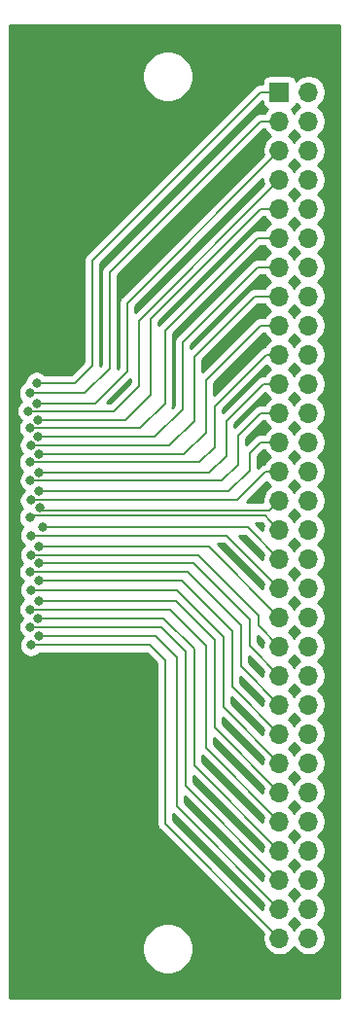
<source format=gbr>
%TF.GenerationSoftware,KiCad,Pcbnew,5.1.10-88a1d61d58~88~ubuntu20.04.1*%
%TF.CreationDate,2021-05-25T18:48:27+07:00*%
%TF.ProjectId,Hirose_DF40HC_60DS_V04_Header_Adapter,4869726f-7365-45f4-9446-343048435f36,rev?*%
%TF.SameCoordinates,Original*%
%TF.FileFunction,Copper,L2,Bot*%
%TF.FilePolarity,Positive*%
%FSLAX46Y46*%
G04 Gerber Fmt 4.6, Leading zero omitted, Abs format (unit mm)*
G04 Created by KiCad (PCBNEW 5.1.10-88a1d61d58~88~ubuntu20.04.1) date 2021-05-25 18:48:27*
%MOMM*%
%LPD*%
G01*
G04 APERTURE LIST*
%TA.AperFunction,ComponentPad*%
%ADD10O,1.700000X1.700000*%
%TD*%
%TA.AperFunction,ComponentPad*%
%ADD11R,1.700000X1.700000*%
%TD*%
%TA.AperFunction,ViaPad*%
%ADD12C,0.800000*%
%TD*%
%TA.AperFunction,Conductor*%
%ADD13C,0.180000*%
%TD*%
%TA.AperFunction,NonConductor*%
%ADD14C,0.254000*%
%TD*%
%TA.AperFunction,NonConductor*%
%ADD15C,0.100000*%
%TD*%
G04 APERTURE END LIST*
D10*
%TO.P,J2,60*%
%TO.N,Net-(J1-Pad60)*%
X134190000Y-112610000D03*
%TO.P,J2,59*%
%TO.N,/59*%
X131650000Y-112610000D03*
%TO.P,J2,58*%
%TO.N,Net-(J1-Pad58)*%
X134190000Y-110070000D03*
%TO.P,J2,57*%
%TO.N,/57*%
X131650000Y-110070000D03*
%TO.P,J2,56*%
%TO.N,Net-(J1-Pad56)*%
X134190000Y-107530000D03*
%TO.P,J2,55*%
%TO.N,/55*%
X131650000Y-107530000D03*
%TO.P,J2,54*%
%TO.N,Net-(J1-Pad54)*%
X134190000Y-104990000D03*
%TO.P,J2,53*%
%TO.N,/53*%
X131650000Y-104990000D03*
%TO.P,J2,52*%
%TO.N,Net-(J1-Pad52)*%
X134190000Y-102450000D03*
%TO.P,J2,51*%
%TO.N,/51*%
X131650000Y-102450000D03*
%TO.P,J2,50*%
%TO.N,Net-(J1-Pad50)*%
X134190000Y-99910000D03*
%TO.P,J2,49*%
%TO.N,/49*%
X131650000Y-99910000D03*
%TO.P,J2,48*%
%TO.N,Net-(J1-Pad48)*%
X134190000Y-97370000D03*
%TO.P,J2,47*%
%TO.N,/47*%
X131650000Y-97370000D03*
%TO.P,J2,46*%
%TO.N,Net-(J1-Pad46)*%
X134190000Y-94830000D03*
%TO.P,J2,45*%
%TO.N,/45*%
X131650000Y-94830000D03*
%TO.P,J2,44*%
%TO.N,Net-(J1-Pad44)*%
X134190000Y-92290000D03*
%TO.P,J2,43*%
%TO.N,/43*%
X131650000Y-92290000D03*
%TO.P,J2,42*%
%TO.N,Net-(J1-Pad42)*%
X134190000Y-89750000D03*
%TO.P,J2,41*%
%TO.N,/41*%
X131650000Y-89750000D03*
%TO.P,J2,40*%
%TO.N,Net-(J1-Pad40)*%
X134190000Y-87210000D03*
%TO.P,J2,39*%
%TO.N,/39*%
X131650000Y-87210000D03*
%TO.P,J2,38*%
%TO.N,Net-(J1-Pad38)*%
X134190000Y-84670000D03*
%TO.P,J2,37*%
%TO.N,/37*%
X131650000Y-84670000D03*
%TO.P,J2,36*%
%TO.N,Net-(J1-Pad36)*%
X134190000Y-82130000D03*
%TO.P,J2,35*%
%TO.N,/35*%
X131650000Y-82130000D03*
%TO.P,J2,34*%
%TO.N,Net-(J1-Pad34)*%
X134190000Y-79590000D03*
%TO.P,J2,33*%
%TO.N,/33*%
X131650000Y-79590000D03*
%TO.P,J2,32*%
%TO.N,Net-(J1-Pad32)*%
X134190000Y-77050000D03*
%TO.P,J2,31*%
%TO.N,/31*%
X131650000Y-77050000D03*
%TO.P,J2,30*%
%TO.N,Net-(J1-Pad30)*%
X134190000Y-74510000D03*
%TO.P,J2,29*%
%TO.N,/29*%
X131650000Y-74510000D03*
%TO.P,J2,28*%
%TO.N,Net-(J1-Pad28)*%
X134190000Y-71970000D03*
%TO.P,J2,27*%
%TO.N,/27*%
X131650000Y-71970000D03*
%TO.P,J2,26*%
%TO.N,Net-(J1-Pad26)*%
X134190000Y-69430000D03*
%TO.P,J2,25*%
%TO.N,/25*%
X131650000Y-69430000D03*
%TO.P,J2,24*%
%TO.N,Net-(J1-Pad24)*%
X134190000Y-66890000D03*
%TO.P,J2,23*%
%TO.N,/23*%
X131650000Y-66890000D03*
%TO.P,J2,22*%
%TO.N,Net-(J1-Pad22)*%
X134190000Y-64350000D03*
%TO.P,J2,21*%
%TO.N,/21*%
X131650000Y-64350000D03*
%TO.P,J2,20*%
%TO.N,Net-(J1-Pad20)*%
X134190000Y-61810000D03*
%TO.P,J2,19*%
%TO.N,/19*%
X131650000Y-61810000D03*
%TO.P,J2,18*%
%TO.N,Net-(J1-Pad18)*%
X134190000Y-59270000D03*
%TO.P,J2,17*%
%TO.N,/17*%
X131650000Y-59270000D03*
%TO.P,J2,16*%
%TO.N,Net-(J1-Pad16)*%
X134190000Y-56730000D03*
%TO.P,J2,15*%
%TO.N,/15*%
X131650000Y-56730000D03*
%TO.P,J2,14*%
%TO.N,Net-(J1-Pad14)*%
X134190000Y-54190000D03*
%TO.P,J2,13*%
%TO.N,/13*%
X131650000Y-54190000D03*
%TO.P,J2,12*%
%TO.N,Net-(J1-Pad12)*%
X134190000Y-51650000D03*
%TO.P,J2,11*%
%TO.N,/11*%
X131650000Y-51650000D03*
%TO.P,J2,10*%
%TO.N,Net-(J1-Pad10)*%
X134190000Y-49110000D03*
%TO.P,J2,9*%
%TO.N,/9*%
X131650000Y-49110000D03*
%TO.P,J2,8*%
%TO.N,Net-(J1-Pad8)*%
X134190000Y-46570000D03*
%TO.P,J2,7*%
%TO.N,/7*%
X131650000Y-46570000D03*
%TO.P,J2,6*%
%TO.N,Net-(J1-Pad6)*%
X134190000Y-44030000D03*
%TO.P,J2,5*%
%TO.N,/5*%
X131650000Y-44030000D03*
%TO.P,J2,4*%
%TO.N,Net-(J1-Pad4)*%
X134190000Y-41490000D03*
%TO.P,J2,3*%
%TO.N,/3*%
X131650000Y-41490000D03*
%TO.P,J2,2*%
%TO.N,Net-(J1-Pad2)*%
X134190000Y-38950000D03*
D11*
%TO.P,J2,1*%
%TO.N,/1*%
X131650000Y-38950000D03*
%TD*%
D12*
%TO.N,/35*%
X110000000Y-77554000D03*
%TO.N,/25*%
X110700000Y-73704000D03*
%TO.N,/47*%
X110000000Y-82304000D03*
%TO.N,/45*%
X110700000Y-81504000D03*
%TO.N,/43*%
X109950000Y-80704000D03*
%TO.N,/39*%
X110000000Y-79254000D03*
%TO.N,/59*%
X110000000Y-87108000D03*
%TO.N,/57*%
X110700000Y-86308000D03*
%TO.N,/49*%
X110700000Y-83258000D03*
%TO.N,/55*%
X109949850Y-85508177D03*
%TO.N,/53*%
X110593898Y-84742864D03*
%TO.N,/51*%
X109938117Y-83987897D03*
%TO.N,/41*%
X110693381Y-79997381D03*
%TO.N,/37*%
X110709598Y-78520141D03*
%TO.N,/33*%
X111064734Y-76863990D03*
%TO.N,/31*%
X109928150Y-75970643D03*
%TO.N,/29*%
X110786847Y-75103968D03*
%TO.N,/27*%
X109991633Y-74497620D03*
%TO.N,/23*%
X109968959Y-72783590D03*
%TO.N,/21*%
X110657733Y-72058597D03*
%TO.N,/19*%
X109928694Y-71169808D03*
%TO.N,/17*%
X110661089Y-70479798D03*
%TO.N,/15*%
X109993297Y-69707737D03*
%TO.N,/13*%
X110648089Y-68951911D03*
%TO.N,/11*%
X109940130Y-68210508D03*
%TO.N,/9*%
X110624798Y-67481636D03*
%TO.N,/7*%
X109768771Y-66721100D03*
%TO.N,/5*%
X110498364Y-66036189D03*
%TO.N,/3*%
X109929179Y-65136151D03*
%TO.N,/1*%
X110490000Y-64262000D03*
%TD*%
D13*
%TO.N,/59*%
X110000000Y-87108000D02*
X120382000Y-87108000D01*
X120382000Y-87108000D02*
X121666000Y-88392000D01*
X121666000Y-102626000D02*
X121666000Y-88392000D01*
X131650000Y-112610000D02*
X121666000Y-102626000D01*
%TO.N,/57*%
X110700000Y-86308000D02*
X120852000Y-86308000D01*
X120852000Y-86308000D02*
X122682000Y-88138000D01*
X122682000Y-101102000D02*
X131650000Y-110070000D01*
X122682000Y-88138000D02*
X122682000Y-101102000D01*
%TO.N,/55*%
X109949850Y-85508177D02*
X121322177Y-85508177D01*
X121322177Y-85508177D02*
X123444000Y-87630000D01*
X123444000Y-99324000D02*
X131650000Y-107530000D01*
X123444000Y-87630000D02*
X123444000Y-99324000D01*
%TO.N,/53*%
X110593898Y-84742864D02*
X121572864Y-84742864D01*
X124460000Y-97800000D02*
X131650000Y-104990000D01*
X124206000Y-97546000D02*
X124460000Y-97800000D01*
X124206000Y-87376000D02*
X124206000Y-97546000D01*
X121572864Y-84742864D02*
X124206000Y-87376000D01*
%TO.N,/51*%
X109938117Y-83987897D02*
X122087897Y-83987897D01*
X122087897Y-83987897D02*
X125222000Y-87122000D01*
X125222000Y-96022000D02*
X131650000Y-102450000D01*
X125222000Y-87122000D02*
X125222000Y-96022000D01*
%TO.N,/49*%
X110700000Y-83258000D02*
X122628000Y-83258000D01*
X122628000Y-83258000D02*
X125984000Y-86614000D01*
X125984000Y-94244000D02*
X131650000Y-99910000D01*
X125984000Y-86614000D02*
X125984000Y-94244000D01*
%TO.N,/47*%
X110000000Y-82304000D02*
X122690000Y-82304000D01*
X122690000Y-82304000D02*
X126746000Y-86360000D01*
X126746000Y-92466000D02*
X131650000Y-97370000D01*
X126746000Y-86360000D02*
X126746000Y-92466000D01*
%TO.N,/45*%
X110700000Y-81504000D02*
X123160000Y-81504000D01*
X123160000Y-81504000D02*
X127508000Y-85852000D01*
X127508000Y-90688000D02*
X131650000Y-94830000D01*
X127508000Y-85852000D02*
X127508000Y-90688000D01*
%TO.N,/43*%
X109950000Y-80704000D02*
X123630000Y-80704000D01*
X123630000Y-80704000D02*
X128270000Y-85344000D01*
X128270000Y-88910000D02*
X131650000Y-92290000D01*
X128270000Y-85344000D02*
X128270000Y-88910000D01*
%TO.N,/41*%
X110693381Y-79997381D02*
X124193381Y-79997381D01*
X124193381Y-79997381D02*
X129032000Y-84836000D01*
X129032000Y-87132000D02*
X131650000Y-89750000D01*
X129032000Y-84836000D02*
X129032000Y-87132000D01*
%TO.N,/39*%
X124546798Y-79254000D02*
X129794000Y-84501202D01*
X110000000Y-79254000D02*
X124546798Y-79254000D01*
X129794000Y-85354000D02*
X131650000Y-87210000D01*
X129794000Y-84501202D02*
X129794000Y-85354000D01*
%TO.N,/37*%
X125500141Y-78520141D02*
X131650000Y-84670000D01*
X110709598Y-78520141D02*
X125500141Y-78520141D01*
%TO.N,/35*%
X127074000Y-77554000D02*
X131650000Y-82130000D01*
X110000000Y-77554000D02*
X127074000Y-77554000D01*
%TO.N,/33*%
X131650000Y-79590000D02*
X128923990Y-76863990D01*
X128923990Y-76863990D02*
X111064734Y-76863990D01*
%TO.N,/31*%
X130800001Y-76200001D02*
X131650000Y-77050000D01*
X130393979Y-75793979D02*
X130800001Y-76200001D01*
X110104814Y-75793979D02*
X130393979Y-75793979D01*
X109928150Y-75970643D02*
X110104814Y-75793979D01*
%TO.N,/29*%
X131650000Y-74510000D02*
X130800001Y-75359999D01*
X111042878Y-75359999D02*
X110786847Y-75103968D01*
X130800001Y-75359999D02*
X111042878Y-75359999D01*
%TO.N,/27*%
X110075286Y-74413967D02*
X109991633Y-74497620D01*
X128007967Y-74413967D02*
X110075286Y-74413967D01*
X130451934Y-71970000D02*
X128007967Y-74413967D01*
X131650000Y-71970000D02*
X130451934Y-71970000D01*
%TO.N,/25*%
X125432000Y-73704000D02*
X110700000Y-73704000D01*
X129032000Y-71882000D02*
X127210000Y-73704000D01*
X129032000Y-70358000D02*
X129032000Y-71882000D01*
X127210000Y-73704000D02*
X125432000Y-73704000D01*
X129960000Y-69430000D02*
X129032000Y-70358000D01*
X131650000Y-69430000D02*
X129960000Y-69430000D01*
%TO.N,/23*%
X131650000Y-66890000D02*
X129960000Y-66890000D01*
X129960000Y-66890000D02*
X128016000Y-68834000D01*
X128016000Y-68834000D02*
X128016000Y-71374000D01*
X126606410Y-72783590D02*
X125615590Y-72783590D01*
X128016000Y-71374000D02*
X126606410Y-72783590D01*
X109968959Y-72783590D02*
X125615590Y-72783590D01*
%TO.N,/21*%
X131650000Y-64350000D02*
X130214000Y-64350000D01*
X130214000Y-64350000D02*
X127000000Y-67564000D01*
X123775403Y-72058597D02*
X110657733Y-72058597D01*
X127000000Y-70612000D02*
X125553403Y-72058597D01*
X127000000Y-67564000D02*
X127000000Y-70612000D01*
X125553403Y-72058597D02*
X123775403Y-72058597D01*
%TO.N,/19*%
X122290192Y-71169808D02*
X109928694Y-71169808D01*
X124664192Y-71169808D02*
X122290192Y-71169808D01*
X125984000Y-69850000D02*
X124664192Y-71169808D01*
X125984000Y-66294000D02*
X125984000Y-69850000D01*
X130468000Y-61810000D02*
X125984000Y-66294000D01*
X131650000Y-61810000D02*
X130468000Y-61810000D01*
%TO.N,/17*%
X123322202Y-70479798D02*
X120263798Y-70479798D01*
X125222000Y-68580000D02*
X123322202Y-70479798D01*
X125222000Y-64008000D02*
X125222000Y-68580000D01*
X129960000Y-59270000D02*
X125222000Y-64008000D01*
X120263798Y-70479798D02*
X110661089Y-70479798D01*
X131650000Y-59270000D02*
X129960000Y-59270000D01*
%TO.N,/15*%
X122062263Y-69707737D02*
X118252263Y-69707737D01*
X118252263Y-69707737D02*
X109993297Y-69707737D01*
X124206000Y-67564000D02*
X122062263Y-69707737D01*
X124206000Y-61976000D02*
X124206000Y-67564000D01*
X129452000Y-56730000D02*
X124206000Y-61976000D01*
X131650000Y-56730000D02*
X129452000Y-56730000D01*
%TO.N,/13*%
X120786089Y-68951911D02*
X116449911Y-68951911D01*
X123190000Y-66548000D02*
X120786089Y-68951911D01*
X123190000Y-60706000D02*
X123190000Y-66548000D01*
X116449911Y-68951911D02*
X110648089Y-68951911D01*
X129706000Y-54190000D02*
X123190000Y-60706000D01*
X131650000Y-54190000D02*
X129706000Y-54190000D01*
%TO.N,/11*%
X119495492Y-68210508D02*
X118733492Y-68210508D01*
X121666000Y-66040000D02*
X119495492Y-68210508D01*
X118733492Y-68210508D02*
X109940130Y-68210508D01*
X129706000Y-51650000D02*
X121666000Y-59690000D01*
X121666000Y-59690000D02*
X121666000Y-66040000D01*
X131650000Y-51650000D02*
X129706000Y-51650000D01*
%TO.N,/9*%
X118192364Y-67481636D02*
X110624798Y-67481636D01*
X120396000Y-59161919D02*
X120396000Y-65278000D01*
X120396000Y-65278000D02*
X118192364Y-67481636D01*
X130468000Y-49110000D02*
X129960000Y-49110000D01*
X131650000Y-49110000D02*
X130468000Y-49110000D01*
X130468000Y-49110000D02*
X130447919Y-49110000D01*
X129960000Y-49110000D02*
X120396000Y-58674000D01*
X120396000Y-58674000D02*
X120396000Y-59182000D01*
%TO.N,/7*%
X109768771Y-66721100D02*
X109773862Y-66726191D01*
X109773862Y-66726191D02*
X110829566Y-66726191D01*
X119380000Y-64516000D02*
X119380000Y-58840000D01*
X130800001Y-47419999D02*
X131650000Y-46570000D01*
X110834657Y-66721100D02*
X117174900Y-66721100D01*
X119380000Y-58840000D02*
X130800001Y-47419999D01*
X117174900Y-66721100D02*
X119380000Y-64516000D01*
X110829566Y-66726191D02*
X110834657Y-66721100D01*
%TO.N,/5*%
X118364000Y-57316000D02*
X118364000Y-63246000D01*
X118364000Y-63246000D02*
X115573811Y-66036189D01*
X115573811Y-66036189D02*
X110498364Y-66036189D01*
X131650000Y-44030000D02*
X118364000Y-57316000D01*
%TO.N,/3*%
X131650000Y-41490000D02*
X129960000Y-41490000D01*
X129960000Y-41490000D02*
X116840000Y-54610000D01*
X116840000Y-54610000D02*
X116840000Y-62992000D01*
X114695849Y-65136151D02*
X109929179Y-65136151D01*
X116840000Y-62992000D02*
X114695849Y-65136151D01*
%TO.N,/1*%
X131650000Y-38950000D02*
X130620000Y-38950000D01*
X131650000Y-38950000D02*
X129960000Y-38950000D01*
X129960000Y-38950000D02*
X115316000Y-53594000D01*
X115316000Y-53594000D02*
X115316000Y-62738000D01*
X113792000Y-64262000D02*
X110490000Y-64262000D01*
X115316000Y-62738000D02*
X113792000Y-64262000D01*
%TD*%
D14*
X136840000Y-117840000D02*
X108160000Y-117840000D01*
X108160000Y-113317872D01*
X119685000Y-113317872D01*
X119685000Y-113758128D01*
X119770890Y-114189925D01*
X119939369Y-114596669D01*
X120183962Y-114962729D01*
X120495271Y-115274038D01*
X120861331Y-115518631D01*
X121268075Y-115687110D01*
X121699872Y-115773000D01*
X122140128Y-115773000D01*
X122571925Y-115687110D01*
X122978669Y-115518631D01*
X123344729Y-115274038D01*
X123656038Y-114962729D01*
X123900631Y-114596669D01*
X124069110Y-114189925D01*
X124155000Y-113758128D01*
X124155000Y-113317872D01*
X124069110Y-112886075D01*
X123900631Y-112479331D01*
X123656038Y-112113271D01*
X123344729Y-111801962D01*
X122978669Y-111557369D01*
X122571925Y-111388890D01*
X122140128Y-111303000D01*
X121699872Y-111303000D01*
X121268075Y-111388890D01*
X120861331Y-111557369D01*
X120495271Y-111801962D01*
X120183962Y-112113271D01*
X119939369Y-112479331D01*
X119770890Y-112886075D01*
X119685000Y-113317872D01*
X108160000Y-113317872D01*
X108160000Y-66619161D01*
X108733771Y-66619161D01*
X108733771Y-66823039D01*
X108773545Y-67022998D01*
X108851566Y-67211356D01*
X108964834Y-67380874D01*
X109108997Y-67525037D01*
X109140704Y-67546223D01*
X109136193Y-67550734D01*
X109022925Y-67720252D01*
X108944904Y-67908610D01*
X108905130Y-68108569D01*
X108905130Y-68312447D01*
X108944904Y-68512406D01*
X109022925Y-68700764D01*
X109136193Y-68870282D01*
X109251617Y-68985706D01*
X109189360Y-69047963D01*
X109076092Y-69217481D01*
X108998071Y-69405839D01*
X108958297Y-69605798D01*
X108958297Y-69809676D01*
X108998071Y-70009635D01*
X109076092Y-70197993D01*
X109189360Y-70367511D01*
X109228320Y-70406471D01*
X109124757Y-70510034D01*
X109011489Y-70679552D01*
X108933468Y-70867910D01*
X108893694Y-71067869D01*
X108893694Y-71271747D01*
X108933468Y-71471706D01*
X109011489Y-71660064D01*
X109124757Y-71829582D01*
X109268920Y-71973745D01*
X109296599Y-71992239D01*
X109165022Y-72123816D01*
X109051754Y-72293334D01*
X108973733Y-72481692D01*
X108933959Y-72681651D01*
X108933959Y-72885529D01*
X108973733Y-73085488D01*
X109051754Y-73273846D01*
X109165022Y-73443364D01*
X109309185Y-73587527D01*
X109399959Y-73648180D01*
X109331859Y-73693683D01*
X109187696Y-73837846D01*
X109074428Y-74007364D01*
X108996407Y-74195722D01*
X108956633Y-74395681D01*
X108956633Y-74599559D01*
X108996407Y-74799518D01*
X109074428Y-74987876D01*
X109187696Y-75157394D01*
X109232692Y-75202390D01*
X109124213Y-75310869D01*
X109010945Y-75480387D01*
X108932924Y-75668745D01*
X108893150Y-75868704D01*
X108893150Y-76072582D01*
X108932924Y-76272541D01*
X109010945Y-76460899D01*
X109124213Y-76630417D01*
X109268376Y-76774580D01*
X109296750Y-76793539D01*
X109196063Y-76894226D01*
X109082795Y-77063744D01*
X109004774Y-77252102D01*
X108965000Y-77452061D01*
X108965000Y-77655939D01*
X109004774Y-77855898D01*
X109082795Y-78044256D01*
X109196063Y-78213774D01*
X109340226Y-78357937D01*
X109409164Y-78404000D01*
X109340226Y-78450063D01*
X109196063Y-78594226D01*
X109082795Y-78763744D01*
X109004774Y-78952102D01*
X108965000Y-79152061D01*
X108965000Y-79355939D01*
X109004774Y-79555898D01*
X109082795Y-79744256D01*
X109196063Y-79913774D01*
X109236289Y-79954000D01*
X109146063Y-80044226D01*
X109032795Y-80213744D01*
X108954774Y-80402102D01*
X108915000Y-80602061D01*
X108915000Y-80805939D01*
X108954774Y-81005898D01*
X109032795Y-81194256D01*
X109146063Y-81363774D01*
X109290226Y-81507937D01*
X109315479Y-81524810D01*
X109196063Y-81644226D01*
X109082795Y-81813744D01*
X109004774Y-82002102D01*
X108965000Y-82202061D01*
X108965000Y-82405939D01*
X109004774Y-82605898D01*
X109082795Y-82794256D01*
X109196063Y-82963774D01*
X109340226Y-83107937D01*
X109366173Y-83125274D01*
X109278343Y-83183960D01*
X109134180Y-83328123D01*
X109020912Y-83497641D01*
X108942891Y-83685999D01*
X108903117Y-83885958D01*
X108903117Y-84089836D01*
X108942891Y-84289795D01*
X109020912Y-84478153D01*
X109134180Y-84647671D01*
X109240413Y-84753904D01*
X109145913Y-84848403D01*
X109032645Y-85017921D01*
X108954624Y-85206279D01*
X108914850Y-85406238D01*
X108914850Y-85610116D01*
X108954624Y-85810075D01*
X109032645Y-85998433D01*
X109145913Y-86167951D01*
X109290076Y-86312114D01*
X109315313Y-86328976D01*
X109196063Y-86448226D01*
X109082795Y-86617744D01*
X109004774Y-86806102D01*
X108965000Y-87006061D01*
X108965000Y-87209939D01*
X109004774Y-87409898D01*
X109082795Y-87598256D01*
X109196063Y-87767774D01*
X109340226Y-87911937D01*
X109509744Y-88025205D01*
X109698102Y-88103226D01*
X109898061Y-88143000D01*
X110101939Y-88143000D01*
X110301898Y-88103226D01*
X110490256Y-88025205D01*
X110659774Y-87911937D01*
X110738711Y-87833000D01*
X120081696Y-87833000D01*
X120941001Y-88692306D01*
X120941000Y-102590403D01*
X120937494Y-102626000D01*
X120941000Y-102661597D01*
X120941000Y-102661606D01*
X120951491Y-102768124D01*
X120992947Y-102904787D01*
X121060269Y-103030736D01*
X121150868Y-103141131D01*
X121178524Y-103163828D01*
X130217003Y-112202307D01*
X130165000Y-112463740D01*
X130165000Y-112756260D01*
X130222068Y-113043158D01*
X130334010Y-113313411D01*
X130496525Y-113556632D01*
X130703368Y-113763475D01*
X130946589Y-113925990D01*
X131216842Y-114037932D01*
X131503740Y-114095000D01*
X131796260Y-114095000D01*
X132083158Y-114037932D01*
X132353411Y-113925990D01*
X132596632Y-113763475D01*
X132803475Y-113556632D01*
X132920000Y-113382240D01*
X133036525Y-113556632D01*
X133243368Y-113763475D01*
X133486589Y-113925990D01*
X133756842Y-114037932D01*
X134043740Y-114095000D01*
X134336260Y-114095000D01*
X134623158Y-114037932D01*
X134893411Y-113925990D01*
X135136632Y-113763475D01*
X135343475Y-113556632D01*
X135505990Y-113313411D01*
X135617932Y-113043158D01*
X135675000Y-112756260D01*
X135675000Y-112463740D01*
X135617932Y-112176842D01*
X135505990Y-111906589D01*
X135343475Y-111663368D01*
X135136632Y-111456525D01*
X134962240Y-111340000D01*
X135136632Y-111223475D01*
X135343475Y-111016632D01*
X135505990Y-110773411D01*
X135617932Y-110503158D01*
X135675000Y-110216260D01*
X135675000Y-109923740D01*
X135617932Y-109636842D01*
X135505990Y-109366589D01*
X135343475Y-109123368D01*
X135136632Y-108916525D01*
X134962240Y-108800000D01*
X135136632Y-108683475D01*
X135343475Y-108476632D01*
X135505990Y-108233411D01*
X135617932Y-107963158D01*
X135675000Y-107676260D01*
X135675000Y-107383740D01*
X135617932Y-107096842D01*
X135505990Y-106826589D01*
X135343475Y-106583368D01*
X135136632Y-106376525D01*
X134962240Y-106260000D01*
X135136632Y-106143475D01*
X135343475Y-105936632D01*
X135505990Y-105693411D01*
X135617932Y-105423158D01*
X135675000Y-105136260D01*
X135675000Y-104843740D01*
X135617932Y-104556842D01*
X135505990Y-104286589D01*
X135343475Y-104043368D01*
X135136632Y-103836525D01*
X134962240Y-103720000D01*
X135136632Y-103603475D01*
X135343475Y-103396632D01*
X135505990Y-103153411D01*
X135617932Y-102883158D01*
X135675000Y-102596260D01*
X135675000Y-102303740D01*
X135617932Y-102016842D01*
X135505990Y-101746589D01*
X135343475Y-101503368D01*
X135136632Y-101296525D01*
X134962240Y-101180000D01*
X135136632Y-101063475D01*
X135343475Y-100856632D01*
X135505990Y-100613411D01*
X135617932Y-100343158D01*
X135675000Y-100056260D01*
X135675000Y-99763740D01*
X135617932Y-99476842D01*
X135505990Y-99206589D01*
X135343475Y-98963368D01*
X135136632Y-98756525D01*
X134962240Y-98640000D01*
X135136632Y-98523475D01*
X135343475Y-98316632D01*
X135505990Y-98073411D01*
X135617932Y-97803158D01*
X135675000Y-97516260D01*
X135675000Y-97223740D01*
X135617932Y-96936842D01*
X135505990Y-96666589D01*
X135343475Y-96423368D01*
X135136632Y-96216525D01*
X134962240Y-96100000D01*
X135136632Y-95983475D01*
X135343475Y-95776632D01*
X135505990Y-95533411D01*
X135617932Y-95263158D01*
X135675000Y-94976260D01*
X135675000Y-94683740D01*
X135617932Y-94396842D01*
X135505990Y-94126589D01*
X135343475Y-93883368D01*
X135136632Y-93676525D01*
X134962240Y-93560000D01*
X135136632Y-93443475D01*
X135343475Y-93236632D01*
X135505990Y-92993411D01*
X135617932Y-92723158D01*
X135675000Y-92436260D01*
X135675000Y-92143740D01*
X135617932Y-91856842D01*
X135505990Y-91586589D01*
X135343475Y-91343368D01*
X135136632Y-91136525D01*
X134962240Y-91020000D01*
X135136632Y-90903475D01*
X135343475Y-90696632D01*
X135505990Y-90453411D01*
X135617932Y-90183158D01*
X135675000Y-89896260D01*
X135675000Y-89603740D01*
X135617932Y-89316842D01*
X135505990Y-89046589D01*
X135343475Y-88803368D01*
X135136632Y-88596525D01*
X134962240Y-88480000D01*
X135136632Y-88363475D01*
X135343475Y-88156632D01*
X135505990Y-87913411D01*
X135617932Y-87643158D01*
X135675000Y-87356260D01*
X135675000Y-87063740D01*
X135617932Y-86776842D01*
X135505990Y-86506589D01*
X135343475Y-86263368D01*
X135136632Y-86056525D01*
X134962240Y-85940000D01*
X135136632Y-85823475D01*
X135343475Y-85616632D01*
X135505990Y-85373411D01*
X135617932Y-85103158D01*
X135675000Y-84816260D01*
X135675000Y-84523740D01*
X135617932Y-84236842D01*
X135505990Y-83966589D01*
X135343475Y-83723368D01*
X135136632Y-83516525D01*
X134962240Y-83400000D01*
X135136632Y-83283475D01*
X135343475Y-83076632D01*
X135505990Y-82833411D01*
X135617932Y-82563158D01*
X135675000Y-82276260D01*
X135675000Y-81983740D01*
X135617932Y-81696842D01*
X135505990Y-81426589D01*
X135343475Y-81183368D01*
X135136632Y-80976525D01*
X134962240Y-80860000D01*
X135136632Y-80743475D01*
X135343475Y-80536632D01*
X135505990Y-80293411D01*
X135617932Y-80023158D01*
X135675000Y-79736260D01*
X135675000Y-79443740D01*
X135617932Y-79156842D01*
X135505990Y-78886589D01*
X135343475Y-78643368D01*
X135136632Y-78436525D01*
X134962240Y-78320000D01*
X135136632Y-78203475D01*
X135343475Y-77996632D01*
X135505990Y-77753411D01*
X135617932Y-77483158D01*
X135675000Y-77196260D01*
X135675000Y-76903740D01*
X135617932Y-76616842D01*
X135505990Y-76346589D01*
X135343475Y-76103368D01*
X135136632Y-75896525D01*
X134962240Y-75780000D01*
X135136632Y-75663475D01*
X135343475Y-75456632D01*
X135505990Y-75213411D01*
X135617932Y-74943158D01*
X135675000Y-74656260D01*
X135675000Y-74363740D01*
X135617932Y-74076842D01*
X135505990Y-73806589D01*
X135343475Y-73563368D01*
X135136632Y-73356525D01*
X134962240Y-73240000D01*
X135136632Y-73123475D01*
X135343475Y-72916632D01*
X135505990Y-72673411D01*
X135617932Y-72403158D01*
X135675000Y-72116260D01*
X135675000Y-71823740D01*
X135617932Y-71536842D01*
X135505990Y-71266589D01*
X135343475Y-71023368D01*
X135136632Y-70816525D01*
X134962240Y-70700000D01*
X135136632Y-70583475D01*
X135343475Y-70376632D01*
X135505990Y-70133411D01*
X135617932Y-69863158D01*
X135675000Y-69576260D01*
X135675000Y-69283740D01*
X135617932Y-68996842D01*
X135505990Y-68726589D01*
X135343475Y-68483368D01*
X135136632Y-68276525D01*
X134962240Y-68160000D01*
X135136632Y-68043475D01*
X135343475Y-67836632D01*
X135505990Y-67593411D01*
X135617932Y-67323158D01*
X135675000Y-67036260D01*
X135675000Y-66743740D01*
X135617932Y-66456842D01*
X135505990Y-66186589D01*
X135343475Y-65943368D01*
X135136632Y-65736525D01*
X134962240Y-65620000D01*
X135136632Y-65503475D01*
X135343475Y-65296632D01*
X135505990Y-65053411D01*
X135617932Y-64783158D01*
X135675000Y-64496260D01*
X135675000Y-64203740D01*
X135617932Y-63916842D01*
X135505990Y-63646589D01*
X135343475Y-63403368D01*
X135136632Y-63196525D01*
X134962240Y-63080000D01*
X135136632Y-62963475D01*
X135343475Y-62756632D01*
X135505990Y-62513411D01*
X135617932Y-62243158D01*
X135675000Y-61956260D01*
X135675000Y-61663740D01*
X135617932Y-61376842D01*
X135505990Y-61106589D01*
X135343475Y-60863368D01*
X135136632Y-60656525D01*
X134962240Y-60540000D01*
X135136632Y-60423475D01*
X135343475Y-60216632D01*
X135505990Y-59973411D01*
X135617932Y-59703158D01*
X135675000Y-59416260D01*
X135675000Y-59123740D01*
X135617932Y-58836842D01*
X135505990Y-58566589D01*
X135343475Y-58323368D01*
X135136632Y-58116525D01*
X134962240Y-58000000D01*
X135136632Y-57883475D01*
X135343475Y-57676632D01*
X135505990Y-57433411D01*
X135617932Y-57163158D01*
X135675000Y-56876260D01*
X135675000Y-56583740D01*
X135617932Y-56296842D01*
X135505990Y-56026589D01*
X135343475Y-55783368D01*
X135136632Y-55576525D01*
X134962240Y-55460000D01*
X135136632Y-55343475D01*
X135343475Y-55136632D01*
X135505990Y-54893411D01*
X135617932Y-54623158D01*
X135675000Y-54336260D01*
X135675000Y-54043740D01*
X135617932Y-53756842D01*
X135505990Y-53486589D01*
X135343475Y-53243368D01*
X135136632Y-53036525D01*
X134962240Y-52920000D01*
X135136632Y-52803475D01*
X135343475Y-52596632D01*
X135505990Y-52353411D01*
X135617932Y-52083158D01*
X135675000Y-51796260D01*
X135675000Y-51503740D01*
X135617932Y-51216842D01*
X135505990Y-50946589D01*
X135343475Y-50703368D01*
X135136632Y-50496525D01*
X134962240Y-50380000D01*
X135136632Y-50263475D01*
X135343475Y-50056632D01*
X135505990Y-49813411D01*
X135617932Y-49543158D01*
X135675000Y-49256260D01*
X135675000Y-48963740D01*
X135617932Y-48676842D01*
X135505990Y-48406589D01*
X135343475Y-48163368D01*
X135136632Y-47956525D01*
X134962240Y-47840000D01*
X135136632Y-47723475D01*
X135343475Y-47516632D01*
X135505990Y-47273411D01*
X135617932Y-47003158D01*
X135675000Y-46716260D01*
X135675000Y-46423740D01*
X135617932Y-46136842D01*
X135505990Y-45866589D01*
X135343475Y-45623368D01*
X135136632Y-45416525D01*
X134962240Y-45300000D01*
X135136632Y-45183475D01*
X135343475Y-44976632D01*
X135505990Y-44733411D01*
X135617932Y-44463158D01*
X135675000Y-44176260D01*
X135675000Y-43883740D01*
X135617932Y-43596842D01*
X135505990Y-43326589D01*
X135343475Y-43083368D01*
X135136632Y-42876525D01*
X134962240Y-42760000D01*
X135136632Y-42643475D01*
X135343475Y-42436632D01*
X135505990Y-42193411D01*
X135617932Y-41923158D01*
X135675000Y-41636260D01*
X135675000Y-41343740D01*
X135617932Y-41056842D01*
X135505990Y-40786589D01*
X135343475Y-40543368D01*
X135136632Y-40336525D01*
X134962240Y-40220000D01*
X135136632Y-40103475D01*
X135343475Y-39896632D01*
X135505990Y-39653411D01*
X135617932Y-39383158D01*
X135675000Y-39096260D01*
X135675000Y-38803740D01*
X135617932Y-38516842D01*
X135505990Y-38246589D01*
X135343475Y-38003368D01*
X135136632Y-37796525D01*
X134893411Y-37634010D01*
X134623158Y-37522068D01*
X134336260Y-37465000D01*
X134043740Y-37465000D01*
X133756842Y-37522068D01*
X133486589Y-37634010D01*
X133243368Y-37796525D01*
X133111513Y-37928380D01*
X133089502Y-37855820D01*
X133030537Y-37745506D01*
X132951185Y-37648815D01*
X132854494Y-37569463D01*
X132744180Y-37510498D01*
X132624482Y-37474188D01*
X132500000Y-37461928D01*
X130800000Y-37461928D01*
X130675518Y-37474188D01*
X130555820Y-37510498D01*
X130445506Y-37569463D01*
X130348815Y-37648815D01*
X130269463Y-37745506D01*
X130210498Y-37855820D01*
X130174188Y-37975518D01*
X130161928Y-38100000D01*
X130161928Y-38225000D01*
X129995596Y-38225000D01*
X129959999Y-38221494D01*
X129924402Y-38225000D01*
X129924393Y-38225000D01*
X129817875Y-38235491D01*
X129681212Y-38276947D01*
X129555263Y-38344269D01*
X129472525Y-38412170D01*
X129472523Y-38412172D01*
X129444868Y-38434868D01*
X129422172Y-38462523D01*
X114828524Y-53056172D01*
X114800868Y-53078869D01*
X114710269Y-53189264D01*
X114642947Y-53315213D01*
X114601491Y-53451876D01*
X114591000Y-53558394D01*
X114591000Y-53558403D01*
X114587494Y-53594000D01*
X114591000Y-53629597D01*
X114591001Y-62437694D01*
X113491696Y-63537000D01*
X111228711Y-63537000D01*
X111149774Y-63458063D01*
X110980256Y-63344795D01*
X110791898Y-63266774D01*
X110591939Y-63227000D01*
X110388061Y-63227000D01*
X110188102Y-63266774D01*
X109999744Y-63344795D01*
X109830226Y-63458063D01*
X109686063Y-63602226D01*
X109572795Y-63771744D01*
X109494774Y-63960102D01*
X109455000Y-64160061D01*
X109455000Y-64212287D01*
X109438923Y-64218946D01*
X109269405Y-64332214D01*
X109125242Y-64476377D01*
X109011974Y-64645895D01*
X108933953Y-64834253D01*
X108894179Y-65034212D01*
X108894179Y-65238090D01*
X108933953Y-65438049D01*
X109011974Y-65626407D01*
X109125242Y-65795925D01*
X109191412Y-65862095D01*
X109108997Y-65917163D01*
X108964834Y-66061326D01*
X108851566Y-66230844D01*
X108773545Y-66419202D01*
X108733771Y-66619161D01*
X108160000Y-66619161D01*
X108160000Y-37371872D01*
X119685000Y-37371872D01*
X119685000Y-37812128D01*
X119770890Y-38243925D01*
X119939369Y-38650669D01*
X120183962Y-39016729D01*
X120495271Y-39328038D01*
X120861331Y-39572631D01*
X121268075Y-39741110D01*
X121699872Y-39827000D01*
X122140128Y-39827000D01*
X122571925Y-39741110D01*
X122978669Y-39572631D01*
X123344729Y-39328038D01*
X123656038Y-39016729D01*
X123900631Y-38650669D01*
X124069110Y-38243925D01*
X124155000Y-37812128D01*
X124155000Y-37371872D01*
X124069110Y-36940075D01*
X123900631Y-36533331D01*
X123656038Y-36167271D01*
X123344729Y-35855962D01*
X122978669Y-35611369D01*
X122571925Y-35442890D01*
X122140128Y-35357000D01*
X121699872Y-35357000D01*
X121268075Y-35442890D01*
X120861331Y-35611369D01*
X120495271Y-35855962D01*
X120183962Y-36167271D01*
X119939369Y-36533331D01*
X119770890Y-36940075D01*
X119685000Y-37371872D01*
X108160000Y-37371872D01*
X108160000Y-33160000D01*
X136840001Y-33160000D01*
X136840000Y-117840000D01*
%TA.AperFunction,NonConductor*%
D15*
G36*
X136840000Y-117840000D02*
G01*
X108160000Y-117840000D01*
X108160000Y-113317872D01*
X119685000Y-113317872D01*
X119685000Y-113758128D01*
X119770890Y-114189925D01*
X119939369Y-114596669D01*
X120183962Y-114962729D01*
X120495271Y-115274038D01*
X120861331Y-115518631D01*
X121268075Y-115687110D01*
X121699872Y-115773000D01*
X122140128Y-115773000D01*
X122571925Y-115687110D01*
X122978669Y-115518631D01*
X123344729Y-115274038D01*
X123656038Y-114962729D01*
X123900631Y-114596669D01*
X124069110Y-114189925D01*
X124155000Y-113758128D01*
X124155000Y-113317872D01*
X124069110Y-112886075D01*
X123900631Y-112479331D01*
X123656038Y-112113271D01*
X123344729Y-111801962D01*
X122978669Y-111557369D01*
X122571925Y-111388890D01*
X122140128Y-111303000D01*
X121699872Y-111303000D01*
X121268075Y-111388890D01*
X120861331Y-111557369D01*
X120495271Y-111801962D01*
X120183962Y-112113271D01*
X119939369Y-112479331D01*
X119770890Y-112886075D01*
X119685000Y-113317872D01*
X108160000Y-113317872D01*
X108160000Y-66619161D01*
X108733771Y-66619161D01*
X108733771Y-66823039D01*
X108773545Y-67022998D01*
X108851566Y-67211356D01*
X108964834Y-67380874D01*
X109108997Y-67525037D01*
X109140704Y-67546223D01*
X109136193Y-67550734D01*
X109022925Y-67720252D01*
X108944904Y-67908610D01*
X108905130Y-68108569D01*
X108905130Y-68312447D01*
X108944904Y-68512406D01*
X109022925Y-68700764D01*
X109136193Y-68870282D01*
X109251617Y-68985706D01*
X109189360Y-69047963D01*
X109076092Y-69217481D01*
X108998071Y-69405839D01*
X108958297Y-69605798D01*
X108958297Y-69809676D01*
X108998071Y-70009635D01*
X109076092Y-70197993D01*
X109189360Y-70367511D01*
X109228320Y-70406471D01*
X109124757Y-70510034D01*
X109011489Y-70679552D01*
X108933468Y-70867910D01*
X108893694Y-71067869D01*
X108893694Y-71271747D01*
X108933468Y-71471706D01*
X109011489Y-71660064D01*
X109124757Y-71829582D01*
X109268920Y-71973745D01*
X109296599Y-71992239D01*
X109165022Y-72123816D01*
X109051754Y-72293334D01*
X108973733Y-72481692D01*
X108933959Y-72681651D01*
X108933959Y-72885529D01*
X108973733Y-73085488D01*
X109051754Y-73273846D01*
X109165022Y-73443364D01*
X109309185Y-73587527D01*
X109399959Y-73648180D01*
X109331859Y-73693683D01*
X109187696Y-73837846D01*
X109074428Y-74007364D01*
X108996407Y-74195722D01*
X108956633Y-74395681D01*
X108956633Y-74599559D01*
X108996407Y-74799518D01*
X109074428Y-74987876D01*
X109187696Y-75157394D01*
X109232692Y-75202390D01*
X109124213Y-75310869D01*
X109010945Y-75480387D01*
X108932924Y-75668745D01*
X108893150Y-75868704D01*
X108893150Y-76072582D01*
X108932924Y-76272541D01*
X109010945Y-76460899D01*
X109124213Y-76630417D01*
X109268376Y-76774580D01*
X109296750Y-76793539D01*
X109196063Y-76894226D01*
X109082795Y-77063744D01*
X109004774Y-77252102D01*
X108965000Y-77452061D01*
X108965000Y-77655939D01*
X109004774Y-77855898D01*
X109082795Y-78044256D01*
X109196063Y-78213774D01*
X109340226Y-78357937D01*
X109409164Y-78404000D01*
X109340226Y-78450063D01*
X109196063Y-78594226D01*
X109082795Y-78763744D01*
X109004774Y-78952102D01*
X108965000Y-79152061D01*
X108965000Y-79355939D01*
X109004774Y-79555898D01*
X109082795Y-79744256D01*
X109196063Y-79913774D01*
X109236289Y-79954000D01*
X109146063Y-80044226D01*
X109032795Y-80213744D01*
X108954774Y-80402102D01*
X108915000Y-80602061D01*
X108915000Y-80805939D01*
X108954774Y-81005898D01*
X109032795Y-81194256D01*
X109146063Y-81363774D01*
X109290226Y-81507937D01*
X109315479Y-81524810D01*
X109196063Y-81644226D01*
X109082795Y-81813744D01*
X109004774Y-82002102D01*
X108965000Y-82202061D01*
X108965000Y-82405939D01*
X109004774Y-82605898D01*
X109082795Y-82794256D01*
X109196063Y-82963774D01*
X109340226Y-83107937D01*
X109366173Y-83125274D01*
X109278343Y-83183960D01*
X109134180Y-83328123D01*
X109020912Y-83497641D01*
X108942891Y-83685999D01*
X108903117Y-83885958D01*
X108903117Y-84089836D01*
X108942891Y-84289795D01*
X109020912Y-84478153D01*
X109134180Y-84647671D01*
X109240413Y-84753904D01*
X109145913Y-84848403D01*
X109032645Y-85017921D01*
X108954624Y-85206279D01*
X108914850Y-85406238D01*
X108914850Y-85610116D01*
X108954624Y-85810075D01*
X109032645Y-85998433D01*
X109145913Y-86167951D01*
X109290076Y-86312114D01*
X109315313Y-86328976D01*
X109196063Y-86448226D01*
X109082795Y-86617744D01*
X109004774Y-86806102D01*
X108965000Y-87006061D01*
X108965000Y-87209939D01*
X109004774Y-87409898D01*
X109082795Y-87598256D01*
X109196063Y-87767774D01*
X109340226Y-87911937D01*
X109509744Y-88025205D01*
X109698102Y-88103226D01*
X109898061Y-88143000D01*
X110101939Y-88143000D01*
X110301898Y-88103226D01*
X110490256Y-88025205D01*
X110659774Y-87911937D01*
X110738711Y-87833000D01*
X120081696Y-87833000D01*
X120941001Y-88692306D01*
X120941000Y-102590403D01*
X120937494Y-102626000D01*
X120941000Y-102661597D01*
X120941000Y-102661606D01*
X120951491Y-102768124D01*
X120992947Y-102904787D01*
X121060269Y-103030736D01*
X121150868Y-103141131D01*
X121178524Y-103163828D01*
X130217003Y-112202307D01*
X130165000Y-112463740D01*
X130165000Y-112756260D01*
X130222068Y-113043158D01*
X130334010Y-113313411D01*
X130496525Y-113556632D01*
X130703368Y-113763475D01*
X130946589Y-113925990D01*
X131216842Y-114037932D01*
X131503740Y-114095000D01*
X131796260Y-114095000D01*
X132083158Y-114037932D01*
X132353411Y-113925990D01*
X132596632Y-113763475D01*
X132803475Y-113556632D01*
X132920000Y-113382240D01*
X133036525Y-113556632D01*
X133243368Y-113763475D01*
X133486589Y-113925990D01*
X133756842Y-114037932D01*
X134043740Y-114095000D01*
X134336260Y-114095000D01*
X134623158Y-114037932D01*
X134893411Y-113925990D01*
X135136632Y-113763475D01*
X135343475Y-113556632D01*
X135505990Y-113313411D01*
X135617932Y-113043158D01*
X135675000Y-112756260D01*
X135675000Y-112463740D01*
X135617932Y-112176842D01*
X135505990Y-111906589D01*
X135343475Y-111663368D01*
X135136632Y-111456525D01*
X134962240Y-111340000D01*
X135136632Y-111223475D01*
X135343475Y-111016632D01*
X135505990Y-110773411D01*
X135617932Y-110503158D01*
X135675000Y-110216260D01*
X135675000Y-109923740D01*
X135617932Y-109636842D01*
X135505990Y-109366589D01*
X135343475Y-109123368D01*
X135136632Y-108916525D01*
X134962240Y-108800000D01*
X135136632Y-108683475D01*
X135343475Y-108476632D01*
X135505990Y-108233411D01*
X135617932Y-107963158D01*
X135675000Y-107676260D01*
X135675000Y-107383740D01*
X135617932Y-107096842D01*
X135505990Y-106826589D01*
X135343475Y-106583368D01*
X135136632Y-106376525D01*
X134962240Y-106260000D01*
X135136632Y-106143475D01*
X135343475Y-105936632D01*
X135505990Y-105693411D01*
X135617932Y-105423158D01*
X135675000Y-105136260D01*
X135675000Y-104843740D01*
X135617932Y-104556842D01*
X135505990Y-104286589D01*
X135343475Y-104043368D01*
X135136632Y-103836525D01*
X134962240Y-103720000D01*
X135136632Y-103603475D01*
X135343475Y-103396632D01*
X135505990Y-103153411D01*
X135617932Y-102883158D01*
X135675000Y-102596260D01*
X135675000Y-102303740D01*
X135617932Y-102016842D01*
X135505990Y-101746589D01*
X135343475Y-101503368D01*
X135136632Y-101296525D01*
X134962240Y-101180000D01*
X135136632Y-101063475D01*
X135343475Y-100856632D01*
X135505990Y-100613411D01*
X135617932Y-100343158D01*
X135675000Y-100056260D01*
X135675000Y-99763740D01*
X135617932Y-99476842D01*
X135505990Y-99206589D01*
X135343475Y-98963368D01*
X135136632Y-98756525D01*
X134962240Y-98640000D01*
X135136632Y-98523475D01*
X135343475Y-98316632D01*
X135505990Y-98073411D01*
X135617932Y-97803158D01*
X135675000Y-97516260D01*
X135675000Y-97223740D01*
X135617932Y-96936842D01*
X135505990Y-96666589D01*
X135343475Y-96423368D01*
X135136632Y-96216525D01*
X134962240Y-96100000D01*
X135136632Y-95983475D01*
X135343475Y-95776632D01*
X135505990Y-95533411D01*
X135617932Y-95263158D01*
X135675000Y-94976260D01*
X135675000Y-94683740D01*
X135617932Y-94396842D01*
X135505990Y-94126589D01*
X135343475Y-93883368D01*
X135136632Y-93676525D01*
X134962240Y-93560000D01*
X135136632Y-93443475D01*
X135343475Y-93236632D01*
X135505990Y-92993411D01*
X135617932Y-92723158D01*
X135675000Y-92436260D01*
X135675000Y-92143740D01*
X135617932Y-91856842D01*
X135505990Y-91586589D01*
X135343475Y-91343368D01*
X135136632Y-91136525D01*
X134962240Y-91020000D01*
X135136632Y-90903475D01*
X135343475Y-90696632D01*
X135505990Y-90453411D01*
X135617932Y-90183158D01*
X135675000Y-89896260D01*
X135675000Y-89603740D01*
X135617932Y-89316842D01*
X135505990Y-89046589D01*
X135343475Y-88803368D01*
X135136632Y-88596525D01*
X134962240Y-88480000D01*
X135136632Y-88363475D01*
X135343475Y-88156632D01*
X135505990Y-87913411D01*
X135617932Y-87643158D01*
X135675000Y-87356260D01*
X135675000Y-87063740D01*
X135617932Y-86776842D01*
X135505990Y-86506589D01*
X135343475Y-86263368D01*
X135136632Y-86056525D01*
X134962240Y-85940000D01*
X135136632Y-85823475D01*
X135343475Y-85616632D01*
X135505990Y-85373411D01*
X135617932Y-85103158D01*
X135675000Y-84816260D01*
X135675000Y-84523740D01*
X135617932Y-84236842D01*
X135505990Y-83966589D01*
X135343475Y-83723368D01*
X135136632Y-83516525D01*
X134962240Y-83400000D01*
X135136632Y-83283475D01*
X135343475Y-83076632D01*
X135505990Y-82833411D01*
X135617932Y-82563158D01*
X135675000Y-82276260D01*
X135675000Y-81983740D01*
X135617932Y-81696842D01*
X135505990Y-81426589D01*
X135343475Y-81183368D01*
X135136632Y-80976525D01*
X134962240Y-80860000D01*
X135136632Y-80743475D01*
X135343475Y-80536632D01*
X135505990Y-80293411D01*
X135617932Y-80023158D01*
X135675000Y-79736260D01*
X135675000Y-79443740D01*
X135617932Y-79156842D01*
X135505990Y-78886589D01*
X135343475Y-78643368D01*
X135136632Y-78436525D01*
X134962240Y-78320000D01*
X135136632Y-78203475D01*
X135343475Y-77996632D01*
X135505990Y-77753411D01*
X135617932Y-77483158D01*
X135675000Y-77196260D01*
X135675000Y-76903740D01*
X135617932Y-76616842D01*
X135505990Y-76346589D01*
X135343475Y-76103368D01*
X135136632Y-75896525D01*
X134962240Y-75780000D01*
X135136632Y-75663475D01*
X135343475Y-75456632D01*
X135505990Y-75213411D01*
X135617932Y-74943158D01*
X135675000Y-74656260D01*
X135675000Y-74363740D01*
X135617932Y-74076842D01*
X135505990Y-73806589D01*
X135343475Y-73563368D01*
X135136632Y-73356525D01*
X134962240Y-73240000D01*
X135136632Y-73123475D01*
X135343475Y-72916632D01*
X135505990Y-72673411D01*
X135617932Y-72403158D01*
X135675000Y-72116260D01*
X135675000Y-71823740D01*
X135617932Y-71536842D01*
X135505990Y-71266589D01*
X135343475Y-71023368D01*
X135136632Y-70816525D01*
X134962240Y-70700000D01*
X135136632Y-70583475D01*
X135343475Y-70376632D01*
X135505990Y-70133411D01*
X135617932Y-69863158D01*
X135675000Y-69576260D01*
X135675000Y-69283740D01*
X135617932Y-68996842D01*
X135505990Y-68726589D01*
X135343475Y-68483368D01*
X135136632Y-68276525D01*
X134962240Y-68160000D01*
X135136632Y-68043475D01*
X135343475Y-67836632D01*
X135505990Y-67593411D01*
X135617932Y-67323158D01*
X135675000Y-67036260D01*
X135675000Y-66743740D01*
X135617932Y-66456842D01*
X135505990Y-66186589D01*
X135343475Y-65943368D01*
X135136632Y-65736525D01*
X134962240Y-65620000D01*
X135136632Y-65503475D01*
X135343475Y-65296632D01*
X135505990Y-65053411D01*
X135617932Y-64783158D01*
X135675000Y-64496260D01*
X135675000Y-64203740D01*
X135617932Y-63916842D01*
X135505990Y-63646589D01*
X135343475Y-63403368D01*
X135136632Y-63196525D01*
X134962240Y-63080000D01*
X135136632Y-62963475D01*
X135343475Y-62756632D01*
X135505990Y-62513411D01*
X135617932Y-62243158D01*
X135675000Y-61956260D01*
X135675000Y-61663740D01*
X135617932Y-61376842D01*
X135505990Y-61106589D01*
X135343475Y-60863368D01*
X135136632Y-60656525D01*
X134962240Y-60540000D01*
X135136632Y-60423475D01*
X135343475Y-60216632D01*
X135505990Y-59973411D01*
X135617932Y-59703158D01*
X135675000Y-59416260D01*
X135675000Y-59123740D01*
X135617932Y-58836842D01*
X135505990Y-58566589D01*
X135343475Y-58323368D01*
X135136632Y-58116525D01*
X134962240Y-58000000D01*
X135136632Y-57883475D01*
X135343475Y-57676632D01*
X135505990Y-57433411D01*
X135617932Y-57163158D01*
X135675000Y-56876260D01*
X135675000Y-56583740D01*
X135617932Y-56296842D01*
X135505990Y-56026589D01*
X135343475Y-55783368D01*
X135136632Y-55576525D01*
X134962240Y-55460000D01*
X135136632Y-55343475D01*
X135343475Y-55136632D01*
X135505990Y-54893411D01*
X135617932Y-54623158D01*
X135675000Y-54336260D01*
X135675000Y-54043740D01*
X135617932Y-53756842D01*
X135505990Y-53486589D01*
X135343475Y-53243368D01*
X135136632Y-53036525D01*
X134962240Y-52920000D01*
X135136632Y-52803475D01*
X135343475Y-52596632D01*
X135505990Y-52353411D01*
X135617932Y-52083158D01*
X135675000Y-51796260D01*
X135675000Y-51503740D01*
X135617932Y-51216842D01*
X135505990Y-50946589D01*
X135343475Y-50703368D01*
X135136632Y-50496525D01*
X134962240Y-50380000D01*
X135136632Y-50263475D01*
X135343475Y-50056632D01*
X135505990Y-49813411D01*
X135617932Y-49543158D01*
X135675000Y-49256260D01*
X135675000Y-48963740D01*
X135617932Y-48676842D01*
X135505990Y-48406589D01*
X135343475Y-48163368D01*
X135136632Y-47956525D01*
X134962240Y-47840000D01*
X135136632Y-47723475D01*
X135343475Y-47516632D01*
X135505990Y-47273411D01*
X135617932Y-47003158D01*
X135675000Y-46716260D01*
X135675000Y-46423740D01*
X135617932Y-46136842D01*
X135505990Y-45866589D01*
X135343475Y-45623368D01*
X135136632Y-45416525D01*
X134962240Y-45300000D01*
X135136632Y-45183475D01*
X135343475Y-44976632D01*
X135505990Y-44733411D01*
X135617932Y-44463158D01*
X135675000Y-44176260D01*
X135675000Y-43883740D01*
X135617932Y-43596842D01*
X135505990Y-43326589D01*
X135343475Y-43083368D01*
X135136632Y-42876525D01*
X134962240Y-42760000D01*
X135136632Y-42643475D01*
X135343475Y-42436632D01*
X135505990Y-42193411D01*
X135617932Y-41923158D01*
X135675000Y-41636260D01*
X135675000Y-41343740D01*
X135617932Y-41056842D01*
X135505990Y-40786589D01*
X135343475Y-40543368D01*
X135136632Y-40336525D01*
X134962240Y-40220000D01*
X135136632Y-40103475D01*
X135343475Y-39896632D01*
X135505990Y-39653411D01*
X135617932Y-39383158D01*
X135675000Y-39096260D01*
X135675000Y-38803740D01*
X135617932Y-38516842D01*
X135505990Y-38246589D01*
X135343475Y-38003368D01*
X135136632Y-37796525D01*
X134893411Y-37634010D01*
X134623158Y-37522068D01*
X134336260Y-37465000D01*
X134043740Y-37465000D01*
X133756842Y-37522068D01*
X133486589Y-37634010D01*
X133243368Y-37796525D01*
X133111513Y-37928380D01*
X133089502Y-37855820D01*
X133030537Y-37745506D01*
X132951185Y-37648815D01*
X132854494Y-37569463D01*
X132744180Y-37510498D01*
X132624482Y-37474188D01*
X132500000Y-37461928D01*
X130800000Y-37461928D01*
X130675518Y-37474188D01*
X130555820Y-37510498D01*
X130445506Y-37569463D01*
X130348815Y-37648815D01*
X130269463Y-37745506D01*
X130210498Y-37855820D01*
X130174188Y-37975518D01*
X130161928Y-38100000D01*
X130161928Y-38225000D01*
X129995596Y-38225000D01*
X129959999Y-38221494D01*
X129924402Y-38225000D01*
X129924393Y-38225000D01*
X129817875Y-38235491D01*
X129681212Y-38276947D01*
X129555263Y-38344269D01*
X129472525Y-38412170D01*
X129472523Y-38412172D01*
X129444868Y-38434868D01*
X129422172Y-38462523D01*
X114828524Y-53056172D01*
X114800868Y-53078869D01*
X114710269Y-53189264D01*
X114642947Y-53315213D01*
X114601491Y-53451876D01*
X114591000Y-53558394D01*
X114591000Y-53558403D01*
X114587494Y-53594000D01*
X114591000Y-53629597D01*
X114591001Y-62437694D01*
X113491696Y-63537000D01*
X111228711Y-63537000D01*
X111149774Y-63458063D01*
X110980256Y-63344795D01*
X110791898Y-63266774D01*
X110591939Y-63227000D01*
X110388061Y-63227000D01*
X110188102Y-63266774D01*
X109999744Y-63344795D01*
X109830226Y-63458063D01*
X109686063Y-63602226D01*
X109572795Y-63771744D01*
X109494774Y-63960102D01*
X109455000Y-64160061D01*
X109455000Y-64212287D01*
X109438923Y-64218946D01*
X109269405Y-64332214D01*
X109125242Y-64476377D01*
X109011974Y-64645895D01*
X108933953Y-64834253D01*
X108894179Y-65034212D01*
X108894179Y-65238090D01*
X108933953Y-65438049D01*
X109011974Y-65626407D01*
X109125242Y-65795925D01*
X109191412Y-65862095D01*
X109108997Y-65917163D01*
X108964834Y-66061326D01*
X108851566Y-66230844D01*
X108773545Y-66419202D01*
X108733771Y-66619161D01*
X108160000Y-66619161D01*
X108160000Y-37371872D01*
X119685000Y-37371872D01*
X119685000Y-37812128D01*
X119770890Y-38243925D01*
X119939369Y-38650669D01*
X120183962Y-39016729D01*
X120495271Y-39328038D01*
X120861331Y-39572631D01*
X121268075Y-39741110D01*
X121699872Y-39827000D01*
X122140128Y-39827000D01*
X122571925Y-39741110D01*
X122978669Y-39572631D01*
X123344729Y-39328038D01*
X123656038Y-39016729D01*
X123900631Y-38650669D01*
X124069110Y-38243925D01*
X124155000Y-37812128D01*
X124155000Y-37371872D01*
X124069110Y-36940075D01*
X123900631Y-36533331D01*
X123656038Y-36167271D01*
X123344729Y-35855962D01*
X122978669Y-35611369D01*
X122571925Y-35442890D01*
X122140128Y-35357000D01*
X121699872Y-35357000D01*
X121268075Y-35442890D01*
X120861331Y-35611369D01*
X120495271Y-35855962D01*
X120183962Y-36167271D01*
X119939369Y-36533331D01*
X119770890Y-36940075D01*
X119685000Y-37371872D01*
X108160000Y-37371872D01*
X108160000Y-33160000D01*
X136840001Y-33160000D01*
X136840000Y-117840000D01*
G37*
%TD.AperFunction*%
D14*
X133036525Y-111016632D02*
X133243368Y-111223475D01*
X133417760Y-111340000D01*
X133243368Y-111456525D01*
X133036525Y-111663368D01*
X132920000Y-111837760D01*
X132803475Y-111663368D01*
X132596632Y-111456525D01*
X132422240Y-111340000D01*
X132596632Y-111223475D01*
X132803475Y-111016632D01*
X132920000Y-110842240D01*
X133036525Y-111016632D01*
%TA.AperFunction,NonConductor*%
D15*
G36*
X133036525Y-111016632D02*
G01*
X133243368Y-111223475D01*
X133417760Y-111340000D01*
X133243368Y-111456525D01*
X133036525Y-111663368D01*
X132920000Y-111837760D01*
X132803475Y-111663368D01*
X132596632Y-111456525D01*
X132422240Y-111340000D01*
X132596632Y-111223475D01*
X132803475Y-111016632D01*
X132920000Y-110842240D01*
X133036525Y-111016632D01*
G37*
%TD.AperFunction*%
D14*
X130217003Y-109662307D02*
X130165000Y-109923740D01*
X130165000Y-110099695D01*
X122391000Y-102325696D01*
X122391000Y-101836304D01*
X130217003Y-109662307D01*
%TA.AperFunction,NonConductor*%
D15*
G36*
X130217003Y-109662307D02*
G01*
X130165000Y-109923740D01*
X130165000Y-110099695D01*
X122391000Y-102325696D01*
X122391000Y-101836304D01*
X130217003Y-109662307D01*
G37*
%TD.AperFunction*%
D14*
X133036525Y-108476632D02*
X133243368Y-108683475D01*
X133417760Y-108800000D01*
X133243368Y-108916525D01*
X133036525Y-109123368D01*
X132920000Y-109297760D01*
X132803475Y-109123368D01*
X132596632Y-108916525D01*
X132422240Y-108800000D01*
X132596632Y-108683475D01*
X132803475Y-108476632D01*
X132920000Y-108302240D01*
X133036525Y-108476632D01*
%TA.AperFunction,NonConductor*%
D15*
G36*
X133036525Y-108476632D02*
G01*
X133243368Y-108683475D01*
X133417760Y-108800000D01*
X133243368Y-108916525D01*
X133036525Y-109123368D01*
X132920000Y-109297760D01*
X132803475Y-109123368D01*
X132596632Y-108916525D01*
X132422240Y-108800000D01*
X132596632Y-108683475D01*
X132803475Y-108476632D01*
X132920000Y-108302240D01*
X133036525Y-108476632D01*
G37*
%TD.AperFunction*%
D14*
X130217003Y-107122307D02*
X130165000Y-107383740D01*
X130165000Y-107559695D01*
X123407000Y-100801696D01*
X123407000Y-100312304D01*
X130217003Y-107122307D01*
%TA.AperFunction,NonConductor*%
D15*
G36*
X130217003Y-107122307D02*
G01*
X130165000Y-107383740D01*
X130165000Y-107559695D01*
X123407000Y-100801696D01*
X123407000Y-100312304D01*
X130217003Y-107122307D01*
G37*
%TD.AperFunction*%
D14*
X133036525Y-105936632D02*
X133243368Y-106143475D01*
X133417760Y-106260000D01*
X133243368Y-106376525D01*
X133036525Y-106583368D01*
X132920000Y-106757760D01*
X132803475Y-106583368D01*
X132596632Y-106376525D01*
X132422240Y-106260000D01*
X132596632Y-106143475D01*
X132803475Y-105936632D01*
X132920000Y-105762240D01*
X133036525Y-105936632D01*
%TA.AperFunction,NonConductor*%
D15*
G36*
X133036525Y-105936632D02*
G01*
X133243368Y-106143475D01*
X133417760Y-106260000D01*
X133243368Y-106376525D01*
X133036525Y-106583368D01*
X132920000Y-106757760D01*
X132803475Y-106583368D01*
X132596632Y-106376525D01*
X132422240Y-106260000D01*
X132596632Y-106143475D01*
X132803475Y-105936632D01*
X132920000Y-105762240D01*
X133036525Y-105936632D01*
G37*
%TD.AperFunction*%
D14*
X130217003Y-104582307D02*
X130165000Y-104843740D01*
X130165000Y-105019695D01*
X124169000Y-99023696D01*
X124169000Y-98534304D01*
X130217003Y-104582307D01*
%TA.AperFunction,NonConductor*%
D15*
G36*
X130217003Y-104582307D02*
G01*
X130165000Y-104843740D01*
X130165000Y-105019695D01*
X124169000Y-99023696D01*
X124169000Y-98534304D01*
X130217003Y-104582307D01*
G37*
%TD.AperFunction*%
D14*
X133036525Y-103396632D02*
X133243368Y-103603475D01*
X133417760Y-103720000D01*
X133243368Y-103836525D01*
X133036525Y-104043368D01*
X132920000Y-104217760D01*
X132803475Y-104043368D01*
X132596632Y-103836525D01*
X132422240Y-103720000D01*
X132596632Y-103603475D01*
X132803475Y-103396632D01*
X132920000Y-103222240D01*
X133036525Y-103396632D01*
%TA.AperFunction,NonConductor*%
D15*
G36*
X133036525Y-103396632D02*
G01*
X133243368Y-103603475D01*
X133417760Y-103720000D01*
X133243368Y-103836525D01*
X133036525Y-104043368D01*
X132920000Y-104217760D01*
X132803475Y-104043368D01*
X132596632Y-103836525D01*
X132422240Y-103720000D01*
X132596632Y-103603475D01*
X132803475Y-103396632D01*
X132920000Y-103222240D01*
X133036525Y-103396632D01*
G37*
%TD.AperFunction*%
D14*
X130217003Y-102042307D02*
X130165000Y-102303740D01*
X130165000Y-102479695D01*
X124947474Y-97262170D01*
X124931000Y-97245696D01*
X124931000Y-96756304D01*
X130217003Y-102042307D01*
%TA.AperFunction,NonConductor*%
D15*
G36*
X130217003Y-102042307D02*
G01*
X130165000Y-102303740D01*
X130165000Y-102479695D01*
X124947474Y-97262170D01*
X124931000Y-97245696D01*
X124931000Y-96756304D01*
X130217003Y-102042307D01*
G37*
%TD.AperFunction*%
D14*
X133036525Y-100856632D02*
X133243368Y-101063475D01*
X133417760Y-101180000D01*
X133243368Y-101296525D01*
X133036525Y-101503368D01*
X132920000Y-101677760D01*
X132803475Y-101503368D01*
X132596632Y-101296525D01*
X132422240Y-101180000D01*
X132596632Y-101063475D01*
X132803475Y-100856632D01*
X132920000Y-100682240D01*
X133036525Y-100856632D01*
%TA.AperFunction,NonConductor*%
D15*
G36*
X133036525Y-100856632D02*
G01*
X133243368Y-101063475D01*
X133417760Y-101180000D01*
X133243368Y-101296525D01*
X133036525Y-101503368D01*
X132920000Y-101677760D01*
X132803475Y-101503368D01*
X132596632Y-101296525D01*
X132422240Y-101180000D01*
X132596632Y-101063475D01*
X132803475Y-100856632D01*
X132920000Y-100682240D01*
X133036525Y-100856632D01*
G37*
%TD.AperFunction*%
D14*
X130217003Y-99502307D02*
X130165000Y-99763740D01*
X130165000Y-99939695D01*
X125947000Y-95721696D01*
X125947000Y-95232304D01*
X130217003Y-99502307D01*
%TA.AperFunction,NonConductor*%
D15*
G36*
X130217003Y-99502307D02*
G01*
X130165000Y-99763740D01*
X130165000Y-99939695D01*
X125947000Y-95721696D01*
X125947000Y-95232304D01*
X130217003Y-99502307D01*
G37*
%TD.AperFunction*%
D14*
X133036525Y-98316632D02*
X133243368Y-98523475D01*
X133417760Y-98640000D01*
X133243368Y-98756525D01*
X133036525Y-98963368D01*
X132920000Y-99137760D01*
X132803475Y-98963368D01*
X132596632Y-98756525D01*
X132422240Y-98640000D01*
X132596632Y-98523475D01*
X132803475Y-98316632D01*
X132920000Y-98142240D01*
X133036525Y-98316632D01*
%TA.AperFunction,NonConductor*%
D15*
G36*
X133036525Y-98316632D02*
G01*
X133243368Y-98523475D01*
X133417760Y-98640000D01*
X133243368Y-98756525D01*
X133036525Y-98963368D01*
X132920000Y-99137760D01*
X132803475Y-98963368D01*
X132596632Y-98756525D01*
X132422240Y-98640000D01*
X132596632Y-98523475D01*
X132803475Y-98316632D01*
X132920000Y-98142240D01*
X133036525Y-98316632D01*
G37*
%TD.AperFunction*%
D14*
X130217003Y-96962307D02*
X130165000Y-97223740D01*
X130165000Y-97399695D01*
X126709000Y-93943696D01*
X126709000Y-93454304D01*
X130217003Y-96962307D01*
%TA.AperFunction,NonConductor*%
D15*
G36*
X130217003Y-96962307D02*
G01*
X130165000Y-97223740D01*
X130165000Y-97399695D01*
X126709000Y-93943696D01*
X126709000Y-93454304D01*
X130217003Y-96962307D01*
G37*
%TD.AperFunction*%
D14*
X133036525Y-95776632D02*
X133243368Y-95983475D01*
X133417760Y-96100000D01*
X133243368Y-96216525D01*
X133036525Y-96423368D01*
X132920000Y-96597760D01*
X132803475Y-96423368D01*
X132596632Y-96216525D01*
X132422240Y-96100000D01*
X132596632Y-95983475D01*
X132803475Y-95776632D01*
X132920000Y-95602240D01*
X133036525Y-95776632D01*
%TA.AperFunction,NonConductor*%
D15*
G36*
X133036525Y-95776632D02*
G01*
X133243368Y-95983475D01*
X133417760Y-96100000D01*
X133243368Y-96216525D01*
X133036525Y-96423368D01*
X132920000Y-96597760D01*
X132803475Y-96423368D01*
X132596632Y-96216525D01*
X132422240Y-96100000D01*
X132596632Y-95983475D01*
X132803475Y-95776632D01*
X132920000Y-95602240D01*
X133036525Y-95776632D01*
G37*
%TD.AperFunction*%
D14*
X130217003Y-94422307D02*
X130165000Y-94683740D01*
X130165000Y-94859695D01*
X127471000Y-92165696D01*
X127471000Y-91676304D01*
X130217003Y-94422307D01*
%TA.AperFunction,NonConductor*%
D15*
G36*
X130217003Y-94422307D02*
G01*
X130165000Y-94683740D01*
X130165000Y-94859695D01*
X127471000Y-92165696D01*
X127471000Y-91676304D01*
X130217003Y-94422307D01*
G37*
%TD.AperFunction*%
D14*
X133036525Y-93236632D02*
X133243368Y-93443475D01*
X133417760Y-93560000D01*
X133243368Y-93676525D01*
X133036525Y-93883368D01*
X132920000Y-94057760D01*
X132803475Y-93883368D01*
X132596632Y-93676525D01*
X132422240Y-93560000D01*
X132596632Y-93443475D01*
X132803475Y-93236632D01*
X132920000Y-93062240D01*
X133036525Y-93236632D01*
%TA.AperFunction,NonConductor*%
D15*
G36*
X133036525Y-93236632D02*
G01*
X133243368Y-93443475D01*
X133417760Y-93560000D01*
X133243368Y-93676525D01*
X133036525Y-93883368D01*
X132920000Y-94057760D01*
X132803475Y-93883368D01*
X132596632Y-93676525D01*
X132422240Y-93560000D01*
X132596632Y-93443475D01*
X132803475Y-93236632D01*
X132920000Y-93062240D01*
X133036525Y-93236632D01*
G37*
%TD.AperFunction*%
D14*
X130217003Y-91882307D02*
X130165000Y-92143740D01*
X130165000Y-92319695D01*
X128233000Y-90387696D01*
X128233000Y-89898304D01*
X130217003Y-91882307D01*
%TA.AperFunction,NonConductor*%
D15*
G36*
X130217003Y-91882307D02*
G01*
X130165000Y-92143740D01*
X130165000Y-92319695D01*
X128233000Y-90387696D01*
X128233000Y-89898304D01*
X130217003Y-91882307D01*
G37*
%TD.AperFunction*%
D14*
X133036525Y-90696632D02*
X133243368Y-90903475D01*
X133417760Y-91020000D01*
X133243368Y-91136525D01*
X133036525Y-91343368D01*
X132920000Y-91517760D01*
X132803475Y-91343368D01*
X132596632Y-91136525D01*
X132422240Y-91020000D01*
X132596632Y-90903475D01*
X132803475Y-90696632D01*
X132920000Y-90522240D01*
X133036525Y-90696632D01*
%TA.AperFunction,NonConductor*%
D15*
G36*
X133036525Y-90696632D02*
G01*
X133243368Y-90903475D01*
X133417760Y-91020000D01*
X133243368Y-91136525D01*
X133036525Y-91343368D01*
X132920000Y-91517760D01*
X132803475Y-91343368D01*
X132596632Y-91136525D01*
X132422240Y-91020000D01*
X132596632Y-90903475D01*
X132803475Y-90696632D01*
X132920000Y-90522240D01*
X133036525Y-90696632D01*
G37*
%TD.AperFunction*%
D14*
X130217003Y-89342307D02*
X130165000Y-89603740D01*
X130165000Y-89779696D01*
X128995000Y-88609696D01*
X128995000Y-88120304D01*
X130217003Y-89342307D01*
%TA.AperFunction,NonConductor*%
D15*
G36*
X130217003Y-89342307D02*
G01*
X130165000Y-89603740D01*
X130165000Y-89779696D01*
X128995000Y-88609696D01*
X128995000Y-88120304D01*
X130217003Y-89342307D01*
G37*
%TD.AperFunction*%
D14*
X133036525Y-88156632D02*
X133243368Y-88363475D01*
X133417760Y-88480000D01*
X133243368Y-88596525D01*
X133036525Y-88803368D01*
X132920000Y-88977760D01*
X132803475Y-88803368D01*
X132596632Y-88596525D01*
X132422240Y-88480000D01*
X132596632Y-88363475D01*
X132803475Y-88156632D01*
X132920000Y-87982240D01*
X133036525Y-88156632D01*
%TA.AperFunction,NonConductor*%
D15*
G36*
X133036525Y-88156632D02*
G01*
X133243368Y-88363475D01*
X133417760Y-88480000D01*
X133243368Y-88596525D01*
X133036525Y-88803368D01*
X132920000Y-88977760D01*
X132803475Y-88803368D01*
X132596632Y-88596525D01*
X132422240Y-88480000D01*
X132596632Y-88363475D01*
X132803475Y-88156632D01*
X132920000Y-87982240D01*
X133036525Y-88156632D01*
G37*
%TD.AperFunction*%
D14*
X130217003Y-86802307D02*
X130165000Y-87063740D01*
X130165000Y-87239696D01*
X129757000Y-86831696D01*
X129757000Y-86342304D01*
X130217003Y-86802307D01*
%TA.AperFunction,NonConductor*%
D15*
G36*
X130217003Y-86802307D02*
G01*
X130165000Y-87063740D01*
X130165000Y-87239696D01*
X129757000Y-86831696D01*
X129757000Y-86342304D01*
X130217003Y-86802307D01*
G37*
%TD.AperFunction*%
D14*
X133036525Y-85616632D02*
X133243368Y-85823475D01*
X133417760Y-85940000D01*
X133243368Y-86056525D01*
X133036525Y-86263368D01*
X132920000Y-86437760D01*
X132803475Y-86263368D01*
X132596632Y-86056525D01*
X132422240Y-85940000D01*
X132596632Y-85823475D01*
X132803475Y-85616632D01*
X132920000Y-85442240D01*
X133036525Y-85616632D01*
%TA.AperFunction,NonConductor*%
D15*
G36*
X133036525Y-85616632D02*
G01*
X133243368Y-85823475D01*
X133417760Y-85940000D01*
X133243368Y-86056525D01*
X133036525Y-86263368D01*
X132920000Y-86437760D01*
X132803475Y-86263368D01*
X132596632Y-86056525D01*
X132422240Y-85940000D01*
X132596632Y-85823475D01*
X132803475Y-85616632D01*
X132920000Y-85442240D01*
X133036525Y-85616632D01*
G37*
%TD.AperFunction*%
D14*
X133036525Y-83076632D02*
X133243368Y-83283475D01*
X133417760Y-83400000D01*
X133243368Y-83516525D01*
X133036525Y-83723368D01*
X132920000Y-83897760D01*
X132803475Y-83723368D01*
X132596632Y-83516525D01*
X132422240Y-83400000D01*
X132596632Y-83283475D01*
X132803475Y-83076632D01*
X132920000Y-82902240D01*
X133036525Y-83076632D01*
%TA.AperFunction,NonConductor*%
D15*
G36*
X133036525Y-83076632D02*
G01*
X133243368Y-83283475D01*
X133417760Y-83400000D01*
X133243368Y-83516525D01*
X133036525Y-83723368D01*
X132920000Y-83897760D01*
X132803475Y-83723368D01*
X132596632Y-83516525D01*
X132422240Y-83400000D01*
X132596632Y-83283475D01*
X132803475Y-83076632D01*
X132920000Y-82902240D01*
X133036525Y-83076632D01*
G37*
%TD.AperFunction*%
D14*
X130217003Y-81722307D02*
X130165000Y-81983740D01*
X130165000Y-82159695D01*
X126284304Y-78279000D01*
X126773696Y-78279000D01*
X130217003Y-81722307D01*
%TA.AperFunction,NonConductor*%
D15*
G36*
X130217003Y-81722307D02*
G01*
X130165000Y-81983740D01*
X130165000Y-82159695D01*
X126284304Y-78279000D01*
X126773696Y-78279000D01*
X130217003Y-81722307D01*
G37*
%TD.AperFunction*%
D14*
X133036525Y-80536632D02*
X133243368Y-80743475D01*
X133417760Y-80860000D01*
X133243368Y-80976525D01*
X133036525Y-81183368D01*
X132920000Y-81357760D01*
X132803475Y-81183368D01*
X132596632Y-80976525D01*
X132422240Y-80860000D01*
X132596632Y-80743475D01*
X132803475Y-80536632D01*
X132920000Y-80362240D01*
X133036525Y-80536632D01*
%TA.AperFunction,NonConductor*%
D15*
G36*
X133036525Y-80536632D02*
G01*
X133243368Y-80743475D01*
X133417760Y-80860000D01*
X133243368Y-80976525D01*
X133036525Y-81183368D01*
X132920000Y-81357760D01*
X132803475Y-81183368D01*
X132596632Y-80976525D01*
X132422240Y-80860000D01*
X132596632Y-80743475D01*
X132803475Y-80536632D01*
X132920000Y-80362240D01*
X133036525Y-80536632D01*
G37*
%TD.AperFunction*%
D14*
X130217003Y-79182307D02*
X130165000Y-79443740D01*
X130165000Y-79619695D01*
X128134294Y-77588990D01*
X128623686Y-77588990D01*
X130217003Y-79182307D01*
%TA.AperFunction,NonConductor*%
D15*
G36*
X130217003Y-79182307D02*
G01*
X130165000Y-79443740D01*
X130165000Y-79619695D01*
X128134294Y-77588990D01*
X128623686Y-77588990D01*
X130217003Y-79182307D01*
G37*
%TD.AperFunction*%
D14*
X133036525Y-77996632D02*
X133243368Y-78203475D01*
X133417760Y-78320000D01*
X133243368Y-78436525D01*
X133036525Y-78643368D01*
X132920000Y-78817760D01*
X132803475Y-78643368D01*
X132596632Y-78436525D01*
X132422240Y-78320000D01*
X132596632Y-78203475D01*
X132803475Y-77996632D01*
X132920000Y-77822240D01*
X133036525Y-77996632D01*
%TA.AperFunction,NonConductor*%
D15*
G36*
X133036525Y-77996632D02*
G01*
X133243368Y-78203475D01*
X133417760Y-78320000D01*
X133243368Y-78436525D01*
X133036525Y-78643368D01*
X132920000Y-78817760D01*
X132803475Y-78643368D01*
X132596632Y-78436525D01*
X132422240Y-78320000D01*
X132596632Y-78203475D01*
X132803475Y-77996632D01*
X132920000Y-77822240D01*
X133036525Y-77996632D01*
G37*
%TD.AperFunction*%
D14*
X130217003Y-76642307D02*
X130165000Y-76903740D01*
X130165000Y-77079696D01*
X129604283Y-76518979D01*
X130093675Y-76518979D01*
X130217003Y-76642307D01*
%TA.AperFunction,NonConductor*%
D15*
G36*
X130217003Y-76642307D02*
G01*
X130165000Y-76903740D01*
X130165000Y-77079696D01*
X129604283Y-76518979D01*
X130093675Y-76518979D01*
X130217003Y-76642307D01*
G37*
%TD.AperFunction*%
D14*
X133036525Y-75456632D02*
X133243368Y-75663475D01*
X133417760Y-75780000D01*
X133243368Y-75896525D01*
X133036525Y-76103368D01*
X132920000Y-76277760D01*
X132803475Y-76103368D01*
X132596632Y-75896525D01*
X132422240Y-75780000D01*
X132596632Y-75663475D01*
X132803475Y-75456632D01*
X132920000Y-75282240D01*
X133036525Y-75456632D01*
%TA.AperFunction,NonConductor*%
D15*
G36*
X133036525Y-75456632D02*
G01*
X133243368Y-75663475D01*
X133417760Y-75780000D01*
X133243368Y-75896525D01*
X133036525Y-76103368D01*
X132920000Y-76277760D01*
X132803475Y-76103368D01*
X132596632Y-75896525D01*
X132422240Y-75780000D01*
X132596632Y-75663475D01*
X132803475Y-75456632D01*
X132920000Y-75282240D01*
X133036525Y-75456632D01*
G37*
%TD.AperFunction*%
D14*
X130703368Y-73123475D02*
X130877760Y-73240000D01*
X130703368Y-73356525D01*
X130496525Y-73563368D01*
X130334010Y-73806589D01*
X130222068Y-74076842D01*
X130165000Y-74363740D01*
X130165000Y-74634999D01*
X128812239Y-74634999D01*
X130513566Y-72933673D01*
X130703368Y-73123475D01*
%TA.AperFunction,NonConductor*%
D15*
G36*
X130703368Y-73123475D02*
G01*
X130877760Y-73240000D01*
X130703368Y-73356525D01*
X130496525Y-73563368D01*
X130334010Y-73806589D01*
X130222068Y-74076842D01*
X130165000Y-74363740D01*
X130165000Y-74634999D01*
X128812239Y-74634999D01*
X130513566Y-72933673D01*
X130703368Y-73123475D01*
G37*
%TD.AperFunction*%
D14*
X133036525Y-72916632D02*
X133243368Y-73123475D01*
X133417760Y-73240000D01*
X133243368Y-73356525D01*
X133036525Y-73563368D01*
X132920000Y-73737760D01*
X132803475Y-73563368D01*
X132596632Y-73356525D01*
X132422240Y-73240000D01*
X132596632Y-73123475D01*
X132803475Y-72916632D01*
X132920000Y-72742240D01*
X133036525Y-72916632D01*
%TA.AperFunction,NonConductor*%
D15*
G36*
X133036525Y-72916632D02*
G01*
X133243368Y-73123475D01*
X133417760Y-73240000D01*
X133243368Y-73356525D01*
X133036525Y-73563368D01*
X132920000Y-73737760D01*
X132803475Y-73563368D01*
X132596632Y-73356525D01*
X132422240Y-73240000D01*
X132596632Y-73123475D01*
X132803475Y-72916632D01*
X132920000Y-72742240D01*
X133036525Y-72916632D01*
G37*
%TD.AperFunction*%
D14*
X130496525Y-70376632D02*
X130703368Y-70583475D01*
X130877760Y-70700000D01*
X130703368Y-70816525D01*
X130496525Y-71023368D01*
X130343653Y-71252158D01*
X130309809Y-71255491D01*
X130212356Y-71285053D01*
X130173146Y-71296947D01*
X130047197Y-71364269D01*
X129964459Y-71432170D01*
X129964457Y-71432172D01*
X129936802Y-71454868D01*
X129914106Y-71482523D01*
X129757000Y-71639629D01*
X129757000Y-70658304D01*
X130260305Y-70155000D01*
X130348435Y-70155000D01*
X130496525Y-70376632D01*
%TA.AperFunction,NonConductor*%
D15*
G36*
X130496525Y-70376632D02*
G01*
X130703368Y-70583475D01*
X130877760Y-70700000D01*
X130703368Y-70816525D01*
X130496525Y-71023368D01*
X130343653Y-71252158D01*
X130309809Y-71255491D01*
X130212356Y-71285053D01*
X130173146Y-71296947D01*
X130047197Y-71364269D01*
X129964459Y-71432170D01*
X129964457Y-71432172D01*
X129936802Y-71454868D01*
X129914106Y-71482523D01*
X129757000Y-71639629D01*
X129757000Y-70658304D01*
X130260305Y-70155000D01*
X130348435Y-70155000D01*
X130496525Y-70376632D01*
G37*
%TD.AperFunction*%
D14*
X133036525Y-70376632D02*
X133243368Y-70583475D01*
X133417760Y-70700000D01*
X133243368Y-70816525D01*
X133036525Y-71023368D01*
X132920000Y-71197760D01*
X132803475Y-71023368D01*
X132596632Y-70816525D01*
X132422240Y-70700000D01*
X132596632Y-70583475D01*
X132803475Y-70376632D01*
X132920000Y-70202240D01*
X133036525Y-70376632D01*
%TA.AperFunction,NonConductor*%
D15*
G36*
X133036525Y-70376632D02*
G01*
X133243368Y-70583475D01*
X133417760Y-70700000D01*
X133243368Y-70816525D01*
X133036525Y-71023368D01*
X132920000Y-71197760D01*
X132803475Y-71023368D01*
X132596632Y-70816525D01*
X132422240Y-70700000D01*
X132596632Y-70583475D01*
X132803475Y-70376632D01*
X132920000Y-70202240D01*
X133036525Y-70376632D01*
G37*
%TD.AperFunction*%
D14*
X130496525Y-67836632D02*
X130703368Y-68043475D01*
X130877760Y-68160000D01*
X130703368Y-68276525D01*
X130496525Y-68483368D01*
X130348435Y-68705000D01*
X129995596Y-68705000D01*
X129959999Y-68701494D01*
X129924402Y-68705000D01*
X129924393Y-68705000D01*
X129817875Y-68715491D01*
X129681212Y-68756947D01*
X129555263Y-68824269D01*
X129472525Y-68892170D01*
X129472523Y-68892172D01*
X129444868Y-68914868D01*
X129422172Y-68942523D01*
X128741000Y-69623696D01*
X128741000Y-69134304D01*
X130260305Y-67615000D01*
X130348435Y-67615000D01*
X130496525Y-67836632D01*
%TA.AperFunction,NonConductor*%
D15*
G36*
X130496525Y-67836632D02*
G01*
X130703368Y-68043475D01*
X130877760Y-68160000D01*
X130703368Y-68276525D01*
X130496525Y-68483368D01*
X130348435Y-68705000D01*
X129995596Y-68705000D01*
X129959999Y-68701494D01*
X129924402Y-68705000D01*
X129924393Y-68705000D01*
X129817875Y-68715491D01*
X129681212Y-68756947D01*
X129555263Y-68824269D01*
X129472525Y-68892170D01*
X129472523Y-68892172D01*
X129444868Y-68914868D01*
X129422172Y-68942523D01*
X128741000Y-69623696D01*
X128741000Y-69134304D01*
X130260305Y-67615000D01*
X130348435Y-67615000D01*
X130496525Y-67836632D01*
G37*
%TD.AperFunction*%
D14*
X133036525Y-67836632D02*
X133243368Y-68043475D01*
X133417760Y-68160000D01*
X133243368Y-68276525D01*
X133036525Y-68483368D01*
X132920000Y-68657760D01*
X132803475Y-68483368D01*
X132596632Y-68276525D01*
X132422240Y-68160000D01*
X132596632Y-68043475D01*
X132803475Y-67836632D01*
X132920000Y-67662240D01*
X133036525Y-67836632D01*
%TA.AperFunction,NonConductor*%
D15*
G36*
X133036525Y-67836632D02*
G01*
X133243368Y-68043475D01*
X133417760Y-68160000D01*
X133243368Y-68276525D01*
X133036525Y-68483368D01*
X132920000Y-68657760D01*
X132803475Y-68483368D01*
X132596632Y-68276525D01*
X132422240Y-68160000D01*
X132596632Y-68043475D01*
X132803475Y-67836632D01*
X132920000Y-67662240D01*
X133036525Y-67836632D01*
G37*
%TD.AperFunction*%
D14*
X130496525Y-65296632D02*
X130703368Y-65503475D01*
X130877760Y-65620000D01*
X130703368Y-65736525D01*
X130496525Y-65943368D01*
X130348435Y-66165000D01*
X129995596Y-66165000D01*
X129959999Y-66161494D01*
X129924402Y-66165000D01*
X129924393Y-66165000D01*
X129817875Y-66175491D01*
X129681212Y-66216947D01*
X129555263Y-66284269D01*
X129472525Y-66352170D01*
X129472523Y-66352172D01*
X129444868Y-66374868D01*
X129422172Y-66402523D01*
X127725000Y-68099696D01*
X127725000Y-67864304D01*
X130414873Y-65174432D01*
X130496525Y-65296632D01*
%TA.AperFunction,NonConductor*%
D15*
G36*
X130496525Y-65296632D02*
G01*
X130703368Y-65503475D01*
X130877760Y-65620000D01*
X130703368Y-65736525D01*
X130496525Y-65943368D01*
X130348435Y-66165000D01*
X129995596Y-66165000D01*
X129959999Y-66161494D01*
X129924402Y-66165000D01*
X129924393Y-66165000D01*
X129817875Y-66175491D01*
X129681212Y-66216947D01*
X129555263Y-66284269D01*
X129472525Y-66352170D01*
X129472523Y-66352172D01*
X129444868Y-66374868D01*
X129422172Y-66402523D01*
X127725000Y-68099696D01*
X127725000Y-67864304D01*
X130414873Y-65174432D01*
X130496525Y-65296632D01*
G37*
%TD.AperFunction*%
D14*
X130703368Y-62963475D02*
X130877760Y-63080000D01*
X130703368Y-63196525D01*
X130496525Y-63403368D01*
X130348435Y-63625000D01*
X130249596Y-63625000D01*
X130213999Y-63621494D01*
X130178402Y-63625000D01*
X130178393Y-63625000D01*
X130071875Y-63635491D01*
X129935212Y-63676947D01*
X129829457Y-63733475D01*
X129809263Y-63744269D01*
X129726525Y-63812170D01*
X129726523Y-63812172D01*
X129698868Y-63834868D01*
X129676172Y-63862523D01*
X126709000Y-66829696D01*
X126709000Y-66594304D01*
X130521599Y-62781706D01*
X130703368Y-62963475D01*
%TA.AperFunction,NonConductor*%
D15*
G36*
X130703368Y-62963475D02*
G01*
X130877760Y-63080000D01*
X130703368Y-63196525D01*
X130496525Y-63403368D01*
X130348435Y-63625000D01*
X130249596Y-63625000D01*
X130213999Y-63621494D01*
X130178402Y-63625000D01*
X130178393Y-63625000D01*
X130071875Y-63635491D01*
X129935212Y-63676947D01*
X129829457Y-63733475D01*
X129809263Y-63744269D01*
X129726525Y-63812170D01*
X129726523Y-63812172D01*
X129698868Y-63834868D01*
X129676172Y-63862523D01*
X126709000Y-66829696D01*
X126709000Y-66594304D01*
X130521599Y-62781706D01*
X130703368Y-62963475D01*
G37*
%TD.AperFunction*%
D14*
X130496525Y-52596632D02*
X130703368Y-52803475D01*
X130877760Y-52920000D01*
X130703368Y-53036525D01*
X130496525Y-53243368D01*
X130348435Y-53465000D01*
X129741600Y-53465000D01*
X129706000Y-53461494D01*
X129670400Y-53465000D01*
X129670393Y-53465000D01*
X129563875Y-53475491D01*
X129527290Y-53486589D01*
X129427212Y-53516947D01*
X129301263Y-53584268D01*
X129218525Y-53652170D01*
X129218523Y-53652172D01*
X129190868Y-53674868D01*
X129168172Y-53702523D01*
X122702524Y-60168172D01*
X122674868Y-60190869D01*
X122652172Y-60218524D01*
X122652170Y-60218526D01*
X122588810Y-60295731D01*
X122584269Y-60301264D01*
X122516947Y-60427213D01*
X122475491Y-60563876D01*
X122465000Y-60670394D01*
X122465000Y-60670403D01*
X122461494Y-60706000D01*
X122465000Y-60741597D01*
X122465001Y-66247694D01*
X122276063Y-66436632D01*
X122339053Y-66318788D01*
X122357373Y-66258394D01*
X122380509Y-66182125D01*
X122391000Y-66075607D01*
X122391000Y-66075597D01*
X122394506Y-66040000D01*
X122391000Y-66004403D01*
X122391000Y-59990304D01*
X130006305Y-52375000D01*
X130348435Y-52375000D01*
X130496525Y-52596632D01*
%TA.AperFunction,NonConductor*%
D15*
G36*
X130496525Y-52596632D02*
G01*
X130703368Y-52803475D01*
X130877760Y-52920000D01*
X130703368Y-53036525D01*
X130496525Y-53243368D01*
X130348435Y-53465000D01*
X129741600Y-53465000D01*
X129706000Y-53461494D01*
X129670400Y-53465000D01*
X129670393Y-53465000D01*
X129563875Y-53475491D01*
X129527290Y-53486589D01*
X129427212Y-53516947D01*
X129301263Y-53584268D01*
X129218525Y-53652170D01*
X129218523Y-53652172D01*
X129190868Y-53674868D01*
X129168172Y-53702523D01*
X122702524Y-60168172D01*
X122674868Y-60190869D01*
X122652172Y-60218524D01*
X122652170Y-60218526D01*
X122588810Y-60295731D01*
X122584269Y-60301264D01*
X122516947Y-60427213D01*
X122475491Y-60563876D01*
X122465000Y-60670394D01*
X122465000Y-60670403D01*
X122461494Y-60706000D01*
X122465000Y-60741597D01*
X122465001Y-66247694D01*
X122276063Y-66436632D01*
X122339053Y-66318788D01*
X122357373Y-66258394D01*
X122380509Y-66182125D01*
X122391000Y-66075607D01*
X122391000Y-66075597D01*
X122394506Y-66040000D01*
X122391000Y-66004403D01*
X122391000Y-59990304D01*
X130006305Y-52375000D01*
X130348435Y-52375000D01*
X130496525Y-52596632D01*
G37*
%TD.AperFunction*%
D14*
X133036525Y-65296632D02*
X133243368Y-65503475D01*
X133417760Y-65620000D01*
X133243368Y-65736525D01*
X133036525Y-65943368D01*
X132920000Y-66117760D01*
X132803475Y-65943368D01*
X132596632Y-65736525D01*
X132422240Y-65620000D01*
X132596632Y-65503475D01*
X132803475Y-65296632D01*
X132920000Y-65122240D01*
X133036525Y-65296632D01*
%TA.AperFunction,NonConductor*%
D15*
G36*
X133036525Y-65296632D02*
G01*
X133243368Y-65503475D01*
X133417760Y-65620000D01*
X133243368Y-65736525D01*
X133036525Y-65943368D01*
X132920000Y-66117760D01*
X132803475Y-65943368D01*
X132596632Y-65736525D01*
X132422240Y-65620000D01*
X132596632Y-65503475D01*
X132803475Y-65296632D01*
X132920000Y-65122240D01*
X133036525Y-65296632D01*
G37*
%TD.AperFunction*%
D14*
X118655000Y-64215695D02*
X116874596Y-65996100D01*
X116639204Y-65996100D01*
X118655000Y-63980305D01*
X118655000Y-64215695D01*
%TA.AperFunction,NonConductor*%
D15*
G36*
X118655000Y-64215695D02*
G01*
X116874596Y-65996100D01*
X116639204Y-65996100D01*
X118655000Y-63980305D01*
X118655000Y-64215695D01*
G37*
%TD.AperFunction*%
D14*
X130496525Y-60216632D02*
X130703368Y-60423475D01*
X130877760Y-60540000D01*
X130703368Y-60656525D01*
X130496525Y-60863368D01*
X130342521Y-61093852D01*
X130325875Y-61095491D01*
X130289290Y-61106589D01*
X130189212Y-61136947D01*
X130063263Y-61204269D01*
X129980525Y-61272170D01*
X129980523Y-61272172D01*
X129952868Y-61294868D01*
X129930172Y-61322523D01*
X125947000Y-65305696D01*
X125947000Y-64308304D01*
X130260305Y-59995000D01*
X130348435Y-59995000D01*
X130496525Y-60216632D01*
%TA.AperFunction,NonConductor*%
D15*
G36*
X130496525Y-60216632D02*
G01*
X130703368Y-60423475D01*
X130877760Y-60540000D01*
X130703368Y-60656525D01*
X130496525Y-60863368D01*
X130342521Y-61093852D01*
X130325875Y-61095491D01*
X130289290Y-61106589D01*
X130189212Y-61136947D01*
X130063263Y-61204269D01*
X129980525Y-61272170D01*
X129980523Y-61272172D01*
X129952868Y-61294868D01*
X129930172Y-61322523D01*
X125947000Y-65305696D01*
X125947000Y-64308304D01*
X130260305Y-59995000D01*
X130348435Y-59995000D01*
X130496525Y-60216632D01*
G37*
%TD.AperFunction*%
D14*
X133036525Y-62756632D02*
X133243368Y-62963475D01*
X133417760Y-63080000D01*
X133243368Y-63196525D01*
X133036525Y-63403368D01*
X132920000Y-63577760D01*
X132803475Y-63403368D01*
X132596632Y-63196525D01*
X132422240Y-63080000D01*
X132596632Y-62963475D01*
X132803475Y-62756632D01*
X132920000Y-62582240D01*
X133036525Y-62756632D01*
%TA.AperFunction,NonConductor*%
D15*
G36*
X133036525Y-62756632D02*
G01*
X133243368Y-62963475D01*
X133417760Y-63080000D01*
X133243368Y-63196525D01*
X133036525Y-63403368D01*
X132920000Y-63577760D01*
X132803475Y-63403368D01*
X132596632Y-63196525D01*
X132422240Y-63080000D01*
X132596632Y-62963475D01*
X132803475Y-62756632D01*
X132920000Y-62582240D01*
X133036525Y-62756632D01*
G37*
%TD.AperFunction*%
D14*
X130496525Y-57676632D02*
X130703368Y-57883475D01*
X130877760Y-58000000D01*
X130703368Y-58116525D01*
X130496525Y-58323368D01*
X130348435Y-58545000D01*
X129995597Y-58545000D01*
X129960000Y-58541494D01*
X129924403Y-58545000D01*
X129924393Y-58545000D01*
X129817875Y-58555491D01*
X129681212Y-58596947D01*
X129555263Y-58664269D01*
X129472525Y-58732170D01*
X129472523Y-58732172D01*
X129444868Y-58754868D01*
X129422172Y-58782523D01*
X124931000Y-63273696D01*
X124931000Y-62276304D01*
X129752305Y-57455000D01*
X130348435Y-57455000D01*
X130496525Y-57676632D01*
%TA.AperFunction,NonConductor*%
D15*
G36*
X130496525Y-57676632D02*
G01*
X130703368Y-57883475D01*
X130877760Y-58000000D01*
X130703368Y-58116525D01*
X130496525Y-58323368D01*
X130348435Y-58545000D01*
X129995597Y-58545000D01*
X129960000Y-58541494D01*
X129924403Y-58545000D01*
X129924393Y-58545000D01*
X129817875Y-58555491D01*
X129681212Y-58596947D01*
X129555263Y-58664269D01*
X129472525Y-58732170D01*
X129472523Y-58732172D01*
X129444868Y-58754868D01*
X129422172Y-58782523D01*
X124931000Y-63273696D01*
X124931000Y-62276304D01*
X129752305Y-57455000D01*
X130348435Y-57455000D01*
X130496525Y-57676632D01*
G37*
%TD.AperFunction*%
D14*
X130496525Y-42436632D02*
X130703368Y-42643475D01*
X130877760Y-42760000D01*
X130703368Y-42876525D01*
X130496525Y-43083368D01*
X130334010Y-43326589D01*
X130222068Y-43596842D01*
X130165000Y-43883740D01*
X130165000Y-44176260D01*
X130217003Y-44437693D01*
X117876524Y-56778172D01*
X117848868Y-56800869D01*
X117826172Y-56828524D01*
X117826170Y-56828526D01*
X117786996Y-56876260D01*
X117758269Y-56911264D01*
X117690947Y-57037213D01*
X117649491Y-57173876D01*
X117639000Y-57280394D01*
X117639000Y-57280403D01*
X117635494Y-57316000D01*
X117639000Y-57351597D01*
X117639001Y-62945694D01*
X117565863Y-63018832D01*
X117568506Y-62992001D01*
X117565000Y-62956404D01*
X117565000Y-54910304D01*
X130260305Y-42215000D01*
X130348435Y-42215000D01*
X130496525Y-42436632D01*
%TA.AperFunction,NonConductor*%
D15*
G36*
X130496525Y-42436632D02*
G01*
X130703368Y-42643475D01*
X130877760Y-42760000D01*
X130703368Y-42876525D01*
X130496525Y-43083368D01*
X130334010Y-43326589D01*
X130222068Y-43596842D01*
X130165000Y-43883740D01*
X130165000Y-44176260D01*
X130217003Y-44437693D01*
X117876524Y-56778172D01*
X117848868Y-56800869D01*
X117826172Y-56828524D01*
X117826170Y-56828526D01*
X117786996Y-56876260D01*
X117758269Y-56911264D01*
X117690947Y-57037213D01*
X117649491Y-57173876D01*
X117639000Y-57280394D01*
X117639000Y-57280403D01*
X117635494Y-57316000D01*
X117639000Y-57351597D01*
X117639001Y-62945694D01*
X117565863Y-63018832D01*
X117568506Y-62992001D01*
X117565000Y-62956404D01*
X117565000Y-54910304D01*
X130260305Y-42215000D01*
X130348435Y-42215000D01*
X130496525Y-42436632D01*
G37*
%TD.AperFunction*%
D14*
X130161928Y-39800000D02*
X130174188Y-39924482D01*
X130210498Y-40044180D01*
X130269463Y-40154494D01*
X130348815Y-40251185D01*
X130445506Y-40330537D01*
X130555820Y-40389502D01*
X130628380Y-40411513D01*
X130496525Y-40543368D01*
X130348435Y-40765000D01*
X129995597Y-40765000D01*
X129960000Y-40761494D01*
X129924403Y-40765000D01*
X129924393Y-40765000D01*
X129817875Y-40775491D01*
X129681212Y-40816947D01*
X129555263Y-40884269D01*
X129472525Y-40952170D01*
X129472523Y-40952172D01*
X129444868Y-40974868D01*
X129422172Y-41002523D01*
X116352524Y-54072172D01*
X116324868Y-54094869D01*
X116302172Y-54122524D01*
X116302170Y-54122526D01*
X116246796Y-54190000D01*
X116234269Y-54205264D01*
X116166947Y-54331213D01*
X116125491Y-54467876D01*
X116115000Y-54574394D01*
X116115000Y-54574403D01*
X116111494Y-54610000D01*
X116115000Y-54645597D01*
X116115001Y-62691694D01*
X116041863Y-62764832D01*
X116044506Y-62738001D01*
X116041000Y-62702404D01*
X116041000Y-53894304D01*
X130161928Y-39773377D01*
X130161928Y-39800000D01*
%TA.AperFunction,NonConductor*%
D15*
G36*
X130161928Y-39800000D02*
G01*
X130174188Y-39924482D01*
X130210498Y-40044180D01*
X130269463Y-40154494D01*
X130348815Y-40251185D01*
X130445506Y-40330537D01*
X130555820Y-40389502D01*
X130628380Y-40411513D01*
X130496525Y-40543368D01*
X130348435Y-40765000D01*
X129995597Y-40765000D01*
X129960000Y-40761494D01*
X129924403Y-40765000D01*
X129924393Y-40765000D01*
X129817875Y-40775491D01*
X129681212Y-40816947D01*
X129555263Y-40884269D01*
X129472525Y-40952170D01*
X129472523Y-40952172D01*
X129444868Y-40974868D01*
X129422172Y-41002523D01*
X116352524Y-54072172D01*
X116324868Y-54094869D01*
X116302172Y-54122524D01*
X116302170Y-54122526D01*
X116246796Y-54190000D01*
X116234269Y-54205264D01*
X116166947Y-54331213D01*
X116125491Y-54467876D01*
X116115000Y-54574394D01*
X116115000Y-54574403D01*
X116111494Y-54610000D01*
X116115000Y-54645597D01*
X116115001Y-62691694D01*
X116041863Y-62764832D01*
X116044506Y-62738001D01*
X116041000Y-62702404D01*
X116041000Y-53894304D01*
X130161928Y-39773377D01*
X130161928Y-39800000D01*
G37*
%TD.AperFunction*%
D14*
X130496525Y-55136632D02*
X130703368Y-55343475D01*
X130877760Y-55460000D01*
X130703368Y-55576525D01*
X130496525Y-55783368D01*
X130348435Y-56005000D01*
X129487596Y-56005000D01*
X129451999Y-56001494D01*
X129416402Y-56005000D01*
X129416393Y-56005000D01*
X129309875Y-56015491D01*
X129173212Y-56056947D01*
X129047263Y-56124269D01*
X128964525Y-56192170D01*
X128964523Y-56192172D01*
X128936868Y-56214868D01*
X128914172Y-56242523D01*
X123915000Y-61241696D01*
X123915000Y-61006304D01*
X130006305Y-54915000D01*
X130348435Y-54915000D01*
X130496525Y-55136632D01*
%TA.AperFunction,NonConductor*%
D15*
G36*
X130496525Y-55136632D02*
G01*
X130703368Y-55343475D01*
X130877760Y-55460000D01*
X130703368Y-55576525D01*
X130496525Y-55783368D01*
X130348435Y-56005000D01*
X129487596Y-56005000D01*
X129451999Y-56001494D01*
X129416402Y-56005000D01*
X129416393Y-56005000D01*
X129309875Y-56015491D01*
X129173212Y-56056947D01*
X129047263Y-56124269D01*
X128964525Y-56192170D01*
X128964523Y-56192172D01*
X128936868Y-56214868D01*
X128914172Y-56242523D01*
X123915000Y-61241696D01*
X123915000Y-61006304D01*
X130006305Y-54915000D01*
X130348435Y-54915000D01*
X130496525Y-55136632D01*
G37*
%TD.AperFunction*%
D14*
X133036525Y-60216632D02*
X133243368Y-60423475D01*
X133417760Y-60540000D01*
X133243368Y-60656525D01*
X133036525Y-60863368D01*
X132920000Y-61037760D01*
X132803475Y-60863368D01*
X132596632Y-60656525D01*
X132422240Y-60540000D01*
X132596632Y-60423475D01*
X132803475Y-60216632D01*
X132920000Y-60042240D01*
X133036525Y-60216632D01*
%TA.AperFunction,NonConductor*%
D15*
G36*
X133036525Y-60216632D02*
G01*
X133243368Y-60423475D01*
X133417760Y-60540000D01*
X133243368Y-60656525D01*
X133036525Y-60863368D01*
X132920000Y-61037760D01*
X132803475Y-60863368D01*
X132596632Y-60656525D01*
X132422240Y-60540000D01*
X132596632Y-60423475D01*
X132803475Y-60216632D01*
X132920000Y-60042240D01*
X133036525Y-60216632D01*
G37*
%TD.AperFunction*%
D14*
X130496525Y-50056632D02*
X130703368Y-50263475D01*
X130877760Y-50380000D01*
X130703368Y-50496525D01*
X130496525Y-50703368D01*
X130348435Y-50925000D01*
X129741596Y-50925000D01*
X129705999Y-50921494D01*
X129670402Y-50925000D01*
X129670393Y-50925000D01*
X129563875Y-50935491D01*
X129427212Y-50976947D01*
X129301263Y-51044269D01*
X129218525Y-51112170D01*
X129218523Y-51112172D01*
X129190868Y-51134868D01*
X129168172Y-51162523D01*
X121178524Y-59152172D01*
X121150868Y-59174869D01*
X121128172Y-59202524D01*
X121128170Y-59202526D01*
X121121000Y-59211263D01*
X121121000Y-58974304D01*
X130260305Y-49835000D01*
X130348435Y-49835000D01*
X130496525Y-50056632D01*
%TA.AperFunction,NonConductor*%
D15*
G36*
X130496525Y-50056632D02*
G01*
X130703368Y-50263475D01*
X130877760Y-50380000D01*
X130703368Y-50496525D01*
X130496525Y-50703368D01*
X130348435Y-50925000D01*
X129741596Y-50925000D01*
X129705999Y-50921494D01*
X129670402Y-50925000D01*
X129670393Y-50925000D01*
X129563875Y-50935491D01*
X129427212Y-50976947D01*
X129301263Y-51044269D01*
X129218525Y-51112170D01*
X129218523Y-51112172D01*
X129190868Y-51134868D01*
X129168172Y-51162523D01*
X121178524Y-59152172D01*
X121150868Y-59174869D01*
X121128172Y-59202524D01*
X121128170Y-59202526D01*
X121121000Y-59211263D01*
X121121000Y-58974304D01*
X130260305Y-49835000D01*
X130348435Y-49835000D01*
X130496525Y-50056632D01*
G37*
%TD.AperFunction*%
D14*
X133036525Y-57676632D02*
X133243368Y-57883475D01*
X133417760Y-58000000D01*
X133243368Y-58116525D01*
X133036525Y-58323368D01*
X132920000Y-58497760D01*
X132803475Y-58323368D01*
X132596632Y-58116525D01*
X132422240Y-58000000D01*
X132596632Y-57883475D01*
X132803475Y-57676632D01*
X132920000Y-57502240D01*
X133036525Y-57676632D01*
%TA.AperFunction,NonConductor*%
D15*
G36*
X133036525Y-57676632D02*
G01*
X133243368Y-57883475D01*
X133417760Y-58000000D01*
X133243368Y-58116525D01*
X133036525Y-58323368D01*
X132920000Y-58497760D01*
X132803475Y-58323368D01*
X132596632Y-58116525D01*
X132422240Y-58000000D01*
X132596632Y-57883475D01*
X132803475Y-57676632D01*
X132920000Y-57502240D01*
X133036525Y-57676632D01*
G37*
%TD.AperFunction*%
D14*
X130165000Y-46716260D02*
X130217003Y-46977692D01*
X119089000Y-58105696D01*
X119089000Y-57616304D01*
X130165000Y-46540305D01*
X130165000Y-46716260D01*
%TA.AperFunction,NonConductor*%
D15*
G36*
X130165000Y-46716260D02*
G01*
X130217003Y-46977692D01*
X119089000Y-58105696D01*
X119089000Y-57616304D01*
X130165000Y-46540305D01*
X130165000Y-46716260D01*
G37*
%TD.AperFunction*%
D14*
X133036525Y-55136632D02*
X133243368Y-55343475D01*
X133417760Y-55460000D01*
X133243368Y-55576525D01*
X133036525Y-55783368D01*
X132920000Y-55957760D01*
X132803475Y-55783368D01*
X132596632Y-55576525D01*
X132422240Y-55460000D01*
X132596632Y-55343475D01*
X132803475Y-55136632D01*
X132920000Y-54962240D01*
X133036525Y-55136632D01*
%TA.AperFunction,NonConductor*%
D15*
G36*
X133036525Y-55136632D02*
G01*
X133243368Y-55343475D01*
X133417760Y-55460000D01*
X133243368Y-55576525D01*
X133036525Y-55783368D01*
X132920000Y-55957760D01*
X132803475Y-55783368D01*
X132596632Y-55576525D01*
X132422240Y-55460000D01*
X132596632Y-55343475D01*
X132803475Y-55136632D01*
X132920000Y-54962240D01*
X133036525Y-55136632D01*
G37*
%TD.AperFunction*%
D14*
X133036525Y-52596632D02*
X133243368Y-52803475D01*
X133417760Y-52920000D01*
X133243368Y-53036525D01*
X133036525Y-53243368D01*
X132920000Y-53417760D01*
X132803475Y-53243368D01*
X132596632Y-53036525D01*
X132422240Y-52920000D01*
X132596632Y-52803475D01*
X132803475Y-52596632D01*
X132920000Y-52422240D01*
X133036525Y-52596632D01*
%TA.AperFunction,NonConductor*%
D15*
G36*
X133036525Y-52596632D02*
G01*
X133243368Y-52803475D01*
X133417760Y-52920000D01*
X133243368Y-53036525D01*
X133036525Y-53243368D01*
X132920000Y-53417760D01*
X132803475Y-53243368D01*
X132596632Y-53036525D01*
X132422240Y-52920000D01*
X132596632Y-52803475D01*
X132803475Y-52596632D01*
X132920000Y-52422240D01*
X133036525Y-52596632D01*
G37*
%TD.AperFunction*%
D14*
X133036525Y-50056632D02*
X133243368Y-50263475D01*
X133417760Y-50380000D01*
X133243368Y-50496525D01*
X133036525Y-50703368D01*
X132920000Y-50877760D01*
X132803475Y-50703368D01*
X132596632Y-50496525D01*
X132422240Y-50380000D01*
X132596632Y-50263475D01*
X132803475Y-50056632D01*
X132920000Y-49882240D01*
X133036525Y-50056632D01*
%TA.AperFunction,NonConductor*%
D15*
G36*
X133036525Y-50056632D02*
G01*
X133243368Y-50263475D01*
X133417760Y-50380000D01*
X133243368Y-50496525D01*
X133036525Y-50703368D01*
X132920000Y-50877760D01*
X132803475Y-50703368D01*
X132596632Y-50496525D01*
X132422240Y-50380000D01*
X132596632Y-50263475D01*
X132803475Y-50056632D01*
X132920000Y-49882240D01*
X133036525Y-50056632D01*
G37*
%TD.AperFunction*%
D14*
X133036525Y-47516632D02*
X133243368Y-47723475D01*
X133417760Y-47840000D01*
X133243368Y-47956525D01*
X133036525Y-48163368D01*
X132920000Y-48337760D01*
X132803475Y-48163368D01*
X132596632Y-47956525D01*
X132422240Y-47840000D01*
X132596632Y-47723475D01*
X132803475Y-47516632D01*
X132920000Y-47342240D01*
X133036525Y-47516632D01*
%TA.AperFunction,NonConductor*%
D15*
G36*
X133036525Y-47516632D02*
G01*
X133243368Y-47723475D01*
X133417760Y-47840000D01*
X133243368Y-47956525D01*
X133036525Y-48163368D01*
X132920000Y-48337760D01*
X132803475Y-48163368D01*
X132596632Y-47956525D01*
X132422240Y-47840000D01*
X132596632Y-47723475D01*
X132803475Y-47516632D01*
X132920000Y-47342240D01*
X133036525Y-47516632D01*
G37*
%TD.AperFunction*%
D14*
X133036525Y-44976632D02*
X133243368Y-45183475D01*
X133417760Y-45300000D01*
X133243368Y-45416525D01*
X133036525Y-45623368D01*
X132920000Y-45797760D01*
X132803475Y-45623368D01*
X132596632Y-45416525D01*
X132422240Y-45300000D01*
X132596632Y-45183475D01*
X132803475Y-44976632D01*
X132920000Y-44802240D01*
X133036525Y-44976632D01*
%TA.AperFunction,NonConductor*%
D15*
G36*
X133036525Y-44976632D02*
G01*
X133243368Y-45183475D01*
X133417760Y-45300000D01*
X133243368Y-45416525D01*
X133036525Y-45623368D01*
X132920000Y-45797760D01*
X132803475Y-45623368D01*
X132596632Y-45416525D01*
X132422240Y-45300000D01*
X132596632Y-45183475D01*
X132803475Y-44976632D01*
X132920000Y-44802240D01*
X133036525Y-44976632D01*
G37*
%TD.AperFunction*%
D14*
X133036525Y-42436632D02*
X133243368Y-42643475D01*
X133417760Y-42760000D01*
X133243368Y-42876525D01*
X133036525Y-43083368D01*
X132920000Y-43257760D01*
X132803475Y-43083368D01*
X132596632Y-42876525D01*
X132422240Y-42760000D01*
X132596632Y-42643475D01*
X132803475Y-42436632D01*
X132920000Y-42262240D01*
X133036525Y-42436632D01*
%TA.AperFunction,NonConductor*%
D15*
G36*
X133036525Y-42436632D02*
G01*
X133243368Y-42643475D01*
X133417760Y-42760000D01*
X133243368Y-42876525D01*
X133036525Y-43083368D01*
X132920000Y-43257760D01*
X132803475Y-43083368D01*
X132596632Y-42876525D01*
X132422240Y-42760000D01*
X132596632Y-42643475D01*
X132803475Y-42436632D01*
X132920000Y-42262240D01*
X133036525Y-42436632D01*
G37*
%TD.AperFunction*%
D14*
X133243368Y-40103475D02*
X133417760Y-40220000D01*
X133243368Y-40336525D01*
X133036525Y-40543368D01*
X132920000Y-40717760D01*
X132803475Y-40543368D01*
X132671620Y-40411513D01*
X132744180Y-40389502D01*
X132854494Y-40330537D01*
X132951185Y-40251185D01*
X133030537Y-40154494D01*
X133089502Y-40044180D01*
X133111513Y-39971620D01*
X133243368Y-40103475D01*
%TA.AperFunction,NonConductor*%
D15*
G36*
X133243368Y-40103475D02*
G01*
X133417760Y-40220000D01*
X133243368Y-40336525D01*
X133036525Y-40543368D01*
X132920000Y-40717760D01*
X132803475Y-40543368D01*
X132671620Y-40411513D01*
X132744180Y-40389502D01*
X132854494Y-40330537D01*
X132951185Y-40251185D01*
X133030537Y-40154494D01*
X133089502Y-40044180D01*
X133111513Y-39971620D01*
X133243368Y-40103475D01*
G37*
%TD.AperFunction*%
M02*

</source>
